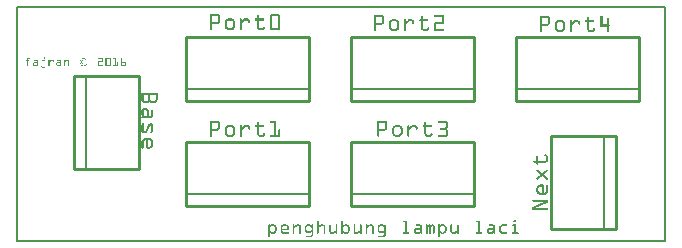
<source format=gto>
G04 MADE WITH FRITZING*
G04 WWW.FRITZING.ORG*
G04 DOUBLE SIDED*
G04 HOLES PLATED*
G04 CONTOUR ON CENTER OF CONTOUR VECTOR*
%ASAXBY*%
%FSLAX23Y23*%
%MOIN*%
%OFA0B0*%
%SFA1.0B1.0*%
%ADD10R,2.165350X0.787402X2.149350X0.771402*%
%ADD11C,0.008000*%
%ADD12C,0.010000*%
%ADD13C,0.005000*%
%ADD14R,0.001000X0.001000*%
%LNSILK1*%
G90*
G70*
G54D11*
X4Y783D02*
X2161Y783D01*
X2161Y4D01*
X4Y4D01*
X4Y783D01*
D02*
G54D12*
X2075Y685D02*
X1665Y685D01*
D02*
X1665Y685D02*
X1665Y469D01*
D02*
X1665Y469D02*
X2075Y469D01*
D02*
X2075Y469D02*
X2075Y685D01*
G54D13*
D02*
X1665Y509D02*
X2075Y509D01*
G54D12*
D02*
X1525Y335D02*
X1115Y335D01*
D02*
X1115Y335D02*
X1115Y119D01*
D02*
X1115Y119D02*
X1525Y119D01*
D02*
X1525Y119D02*
X1525Y335D01*
G54D13*
D02*
X1115Y159D02*
X1525Y159D01*
G54D12*
D02*
X1525Y685D02*
X1115Y685D01*
D02*
X1115Y685D02*
X1115Y469D01*
D02*
X1115Y469D02*
X1525Y469D01*
D02*
X1525Y469D02*
X1525Y685D01*
G54D13*
D02*
X1115Y509D02*
X1525Y509D01*
G54D12*
D02*
X975Y335D02*
X565Y335D01*
D02*
X565Y335D02*
X565Y119D01*
D02*
X565Y119D02*
X975Y119D01*
D02*
X975Y119D02*
X975Y335D01*
G54D13*
D02*
X565Y159D02*
X975Y159D01*
G54D12*
D02*
X975Y685D02*
X565Y685D01*
D02*
X565Y685D02*
X565Y469D01*
D02*
X565Y469D02*
X975Y469D01*
D02*
X975Y469D02*
X975Y685D01*
G54D13*
D02*
X565Y509D02*
X975Y509D01*
G54D12*
D02*
X408Y242D02*
X408Y552D01*
D02*
X408Y552D02*
X192Y552D01*
D02*
X192Y552D02*
X192Y242D01*
D02*
X192Y242D02*
X408Y242D01*
G54D13*
D02*
X232Y552D02*
X232Y242D01*
G54D12*
D02*
X1782Y352D02*
X1782Y42D01*
D02*
X1782Y42D02*
X1998Y42D01*
D02*
X1998Y42D02*
X1998Y352D01*
D02*
X1998Y352D02*
X1782Y352D01*
G54D13*
D02*
X1958Y42D02*
X1958Y352D01*
G54D14*
X646Y760D02*
X671Y760D01*
X851Y760D02*
X875Y760D01*
X646Y759D02*
X674Y759D01*
X849Y759D02*
X877Y759D01*
X646Y758D02*
X675Y758D01*
X848Y758D02*
X878Y758D01*
X646Y757D02*
X676Y757D01*
X805Y757D02*
X807Y757D01*
X848Y757D02*
X879Y757D01*
X1193Y757D02*
X1219Y757D01*
X1395Y757D02*
X1423Y757D01*
X646Y756D02*
X677Y756D01*
X804Y756D02*
X808Y756D01*
X847Y756D02*
X879Y756D01*
X1193Y756D02*
X1221Y756D01*
X1394Y756D02*
X1424Y756D01*
X646Y755D02*
X678Y755D01*
X803Y755D02*
X809Y755D01*
X847Y755D02*
X880Y755D01*
X1193Y755D02*
X1223Y755D01*
X1394Y755D02*
X1425Y755D01*
X646Y754D02*
X678Y754D01*
X803Y754D02*
X809Y754D01*
X846Y754D02*
X880Y754D01*
X1193Y754D02*
X1224Y754D01*
X1352Y754D02*
X1355Y754D01*
X1394Y754D02*
X1426Y754D01*
X1745Y754D02*
X1772Y754D01*
X1949Y754D02*
X1952Y754D01*
X646Y753D02*
X652Y753D01*
X671Y753D02*
X679Y753D01*
X803Y753D02*
X809Y753D01*
X846Y753D02*
X853Y753D01*
X874Y753D02*
X880Y753D01*
X1193Y753D02*
X1224Y753D01*
X1351Y753D02*
X1356Y753D01*
X1394Y753D02*
X1427Y753D01*
X1745Y753D02*
X1774Y753D01*
X1948Y753D02*
X1953Y753D01*
X646Y752D02*
X652Y752D01*
X672Y752D02*
X679Y752D01*
X803Y752D02*
X809Y752D01*
X846Y752D02*
X852Y752D01*
X874Y752D02*
X880Y752D01*
X1193Y752D02*
X1225Y752D01*
X1350Y752D02*
X1356Y752D01*
X1394Y752D02*
X1427Y752D01*
X1745Y752D02*
X1775Y752D01*
X1948Y752D02*
X1954Y752D01*
X646Y751D02*
X652Y751D01*
X673Y751D02*
X679Y751D01*
X803Y751D02*
X809Y751D01*
X846Y751D02*
X852Y751D01*
X874Y751D02*
X880Y751D01*
X1193Y751D02*
X1226Y751D01*
X1350Y751D02*
X1356Y751D01*
X1395Y751D02*
X1427Y751D01*
X1745Y751D02*
X1776Y751D01*
X1904Y751D02*
X1908Y751D01*
X1948Y751D02*
X1954Y751D01*
X646Y750D02*
X652Y750D01*
X673Y750D02*
X679Y750D01*
X803Y750D02*
X809Y750D01*
X846Y750D02*
X852Y750D01*
X874Y750D02*
X880Y750D01*
X1193Y750D02*
X1199Y750D01*
X1218Y750D02*
X1226Y750D01*
X1350Y750D02*
X1356Y750D01*
X1421Y750D02*
X1427Y750D01*
X1745Y750D02*
X1777Y750D01*
X1903Y750D02*
X1908Y750D01*
X1948Y750D02*
X1954Y750D01*
X646Y749D02*
X652Y749D01*
X673Y749D02*
X679Y749D01*
X803Y749D02*
X809Y749D01*
X846Y749D02*
X852Y749D01*
X874Y749D02*
X880Y749D01*
X1193Y749D02*
X1199Y749D01*
X1220Y749D02*
X1226Y749D01*
X1350Y749D02*
X1356Y749D01*
X1421Y749D02*
X1427Y749D01*
X1745Y749D02*
X1778Y749D01*
X1903Y749D02*
X1909Y749D01*
X1948Y749D02*
X1954Y749D01*
X646Y748D02*
X652Y748D01*
X673Y748D02*
X679Y748D01*
X803Y748D02*
X809Y748D01*
X846Y748D02*
X852Y748D01*
X874Y748D02*
X880Y748D01*
X1193Y748D02*
X1199Y748D01*
X1220Y748D02*
X1226Y748D01*
X1350Y748D02*
X1356Y748D01*
X1421Y748D02*
X1427Y748D01*
X1745Y748D02*
X1778Y748D01*
X1903Y748D02*
X1909Y748D01*
X1948Y748D02*
X1954Y748D01*
X1970Y748D02*
X1973Y748D01*
X646Y747D02*
X652Y747D01*
X673Y747D02*
X679Y747D01*
X803Y747D02*
X809Y747D01*
X846Y747D02*
X852Y747D01*
X874Y747D02*
X880Y747D01*
X1193Y747D02*
X1199Y747D01*
X1220Y747D02*
X1226Y747D01*
X1350Y747D02*
X1356Y747D01*
X1421Y747D02*
X1427Y747D01*
X1745Y747D02*
X1751Y747D01*
X1771Y747D02*
X1779Y747D01*
X1903Y747D02*
X1909Y747D01*
X1948Y747D02*
X1954Y747D01*
X1969Y747D02*
X1974Y747D01*
X646Y746D02*
X652Y746D01*
X673Y746D02*
X679Y746D01*
X803Y746D02*
X809Y746D01*
X846Y746D02*
X852Y746D01*
X874Y746D02*
X880Y746D01*
X1193Y746D02*
X1199Y746D01*
X1220Y746D02*
X1226Y746D01*
X1350Y746D02*
X1356Y746D01*
X1421Y746D02*
X1427Y746D01*
X1745Y746D02*
X1751Y746D01*
X1772Y746D02*
X1779Y746D01*
X1903Y746D02*
X1909Y746D01*
X1948Y746D02*
X1954Y746D01*
X1969Y746D02*
X1974Y746D01*
X646Y745D02*
X652Y745D01*
X673Y745D02*
X679Y745D01*
X705Y745D02*
X720Y745D01*
X748Y745D02*
X750Y745D01*
X761Y745D02*
X773Y745D01*
X798Y745D02*
X825Y745D01*
X846Y745D02*
X852Y745D01*
X874Y745D02*
X880Y745D01*
X1193Y745D02*
X1199Y745D01*
X1220Y745D02*
X1226Y745D01*
X1350Y745D02*
X1356Y745D01*
X1421Y745D02*
X1427Y745D01*
X1745Y745D02*
X1751Y745D01*
X1773Y745D02*
X1779Y745D01*
X1903Y745D02*
X1909Y745D01*
X1948Y745D02*
X1954Y745D01*
X1969Y745D02*
X1975Y745D01*
X646Y744D02*
X652Y744D01*
X673Y744D02*
X679Y744D01*
X703Y744D02*
X722Y744D01*
X747Y744D02*
X751Y744D01*
X760Y744D02*
X775Y744D01*
X797Y744D02*
X826Y744D01*
X846Y744D02*
X852Y744D01*
X874Y744D02*
X880Y744D01*
X1193Y744D02*
X1199Y744D01*
X1220Y744D02*
X1226Y744D01*
X1350Y744D02*
X1356Y744D01*
X1421Y744D02*
X1427Y744D01*
X1745Y744D02*
X1751Y744D01*
X1773Y744D02*
X1779Y744D01*
X1903Y744D02*
X1909Y744D01*
X1948Y744D02*
X1954Y744D01*
X1969Y744D02*
X1975Y744D01*
X646Y743D02*
X652Y743D01*
X673Y743D02*
X679Y743D01*
X702Y743D02*
X723Y743D01*
X746Y743D02*
X752Y743D01*
X759Y743D02*
X776Y743D01*
X797Y743D02*
X826Y743D01*
X846Y743D02*
X852Y743D01*
X874Y743D02*
X880Y743D01*
X1193Y743D02*
X1199Y743D01*
X1220Y743D02*
X1226Y743D01*
X1350Y743D02*
X1356Y743D01*
X1421Y743D02*
X1427Y743D01*
X1745Y743D02*
X1751Y743D01*
X1773Y743D02*
X1779Y743D01*
X1903Y743D02*
X1909Y743D01*
X1948Y743D02*
X1954Y743D01*
X1969Y743D02*
X1975Y743D01*
X646Y742D02*
X652Y742D01*
X673Y742D02*
X679Y742D01*
X701Y742D02*
X724Y742D01*
X746Y742D02*
X752Y742D01*
X758Y742D02*
X777Y742D01*
X797Y742D02*
X826Y742D01*
X846Y742D02*
X852Y742D01*
X874Y742D02*
X880Y742D01*
X1193Y742D02*
X1199Y742D01*
X1220Y742D02*
X1226Y742D01*
X1252Y742D02*
X1267Y742D01*
X1294Y742D02*
X1298Y742D01*
X1308Y742D02*
X1320Y742D01*
X1345Y742D02*
X1372Y742D01*
X1421Y742D02*
X1427Y742D01*
X1745Y742D02*
X1751Y742D01*
X1773Y742D02*
X1779Y742D01*
X1903Y742D02*
X1909Y742D01*
X1948Y742D02*
X1954Y742D01*
X1969Y742D02*
X1975Y742D01*
X646Y741D02*
X652Y741D01*
X673Y741D02*
X679Y741D01*
X700Y741D02*
X726Y741D01*
X746Y741D02*
X752Y741D01*
X757Y741D02*
X778Y741D01*
X797Y741D02*
X826Y741D01*
X846Y741D02*
X852Y741D01*
X874Y741D02*
X880Y741D01*
X1193Y741D02*
X1199Y741D01*
X1220Y741D02*
X1226Y741D01*
X1250Y741D02*
X1269Y741D01*
X1294Y741D02*
X1299Y741D01*
X1307Y741D02*
X1322Y741D01*
X1344Y741D02*
X1373Y741D01*
X1421Y741D02*
X1427Y741D01*
X1745Y741D02*
X1751Y741D01*
X1773Y741D02*
X1779Y741D01*
X1903Y741D02*
X1909Y741D01*
X1948Y741D02*
X1954Y741D01*
X1969Y741D02*
X1975Y741D01*
X646Y740D02*
X652Y740D01*
X673Y740D02*
X679Y740D01*
X699Y740D02*
X727Y740D01*
X746Y740D02*
X752Y740D01*
X755Y740D02*
X778Y740D01*
X797Y740D02*
X826Y740D01*
X846Y740D02*
X852Y740D01*
X874Y740D02*
X880Y740D01*
X1193Y740D02*
X1199Y740D01*
X1220Y740D02*
X1226Y740D01*
X1249Y740D02*
X1271Y740D01*
X1293Y740D02*
X1299Y740D01*
X1306Y740D02*
X1323Y740D01*
X1344Y740D02*
X1373Y740D01*
X1421Y740D02*
X1427Y740D01*
X1745Y740D02*
X1751Y740D01*
X1773Y740D02*
X1779Y740D01*
X1808Y740D02*
X1817Y740D01*
X1863Y740D02*
X1869Y740D01*
X1900Y740D02*
X1923Y740D01*
X1948Y740D02*
X1954Y740D01*
X1969Y740D02*
X1975Y740D01*
X646Y739D02*
X652Y739D01*
X673Y739D02*
X679Y739D01*
X698Y739D02*
X727Y739D01*
X746Y739D02*
X752Y739D01*
X754Y739D02*
X779Y739D01*
X798Y739D02*
X824Y739D01*
X846Y739D02*
X852Y739D01*
X874Y739D02*
X880Y739D01*
X1193Y739D02*
X1199Y739D01*
X1220Y739D02*
X1226Y739D01*
X1248Y739D02*
X1272Y739D01*
X1293Y739D02*
X1299Y739D01*
X1305Y739D02*
X1324Y739D01*
X1344Y739D02*
X1373Y739D01*
X1421Y739D02*
X1427Y739D01*
X1745Y739D02*
X1751Y739D01*
X1773Y739D02*
X1779Y739D01*
X1804Y739D02*
X1821Y739D01*
X1847Y739D02*
X1851Y739D01*
X1861Y739D02*
X1873Y739D01*
X1897Y739D02*
X1925Y739D01*
X1948Y739D02*
X1954Y739D01*
X1969Y739D02*
X1975Y739D01*
X646Y738D02*
X652Y738D01*
X673Y738D02*
X679Y738D01*
X697Y738D02*
X706Y738D01*
X719Y738D02*
X728Y738D01*
X746Y738D02*
X763Y738D01*
X772Y738D02*
X779Y738D01*
X803Y738D02*
X809Y738D01*
X846Y738D02*
X852Y738D01*
X874Y738D02*
X880Y738D01*
X1193Y738D02*
X1199Y738D01*
X1220Y738D02*
X1226Y738D01*
X1246Y738D02*
X1273Y738D01*
X1293Y738D02*
X1299Y738D01*
X1303Y738D02*
X1325Y738D01*
X1344Y738D02*
X1373Y738D01*
X1421Y738D02*
X1427Y738D01*
X1745Y738D02*
X1751Y738D01*
X1773Y738D02*
X1779Y738D01*
X1802Y738D02*
X1822Y738D01*
X1846Y738D02*
X1851Y738D01*
X1859Y738D02*
X1875Y738D01*
X1897Y738D02*
X1926Y738D01*
X1948Y738D02*
X1954Y738D01*
X1969Y738D02*
X1975Y738D01*
X646Y737D02*
X652Y737D01*
X673Y737D02*
X679Y737D01*
X697Y737D02*
X705Y737D01*
X721Y737D02*
X729Y737D01*
X746Y737D02*
X762Y737D01*
X773Y737D02*
X779Y737D01*
X803Y737D02*
X809Y737D01*
X846Y737D02*
X852Y737D01*
X874Y737D02*
X880Y737D01*
X1193Y737D02*
X1199Y737D01*
X1220Y737D02*
X1226Y737D01*
X1245Y737D02*
X1274Y737D01*
X1293Y737D02*
X1299Y737D01*
X1302Y737D02*
X1326Y737D01*
X1344Y737D02*
X1372Y737D01*
X1421Y737D02*
X1427Y737D01*
X1745Y737D02*
X1751Y737D01*
X1773Y737D02*
X1779Y737D01*
X1801Y737D02*
X1824Y737D01*
X1846Y737D02*
X1852Y737D01*
X1858Y737D02*
X1876Y737D01*
X1897Y737D02*
X1926Y737D01*
X1948Y737D02*
X1954Y737D01*
X1969Y737D02*
X1975Y737D01*
X646Y736D02*
X652Y736D01*
X673Y736D02*
X679Y736D01*
X696Y736D02*
X703Y736D01*
X722Y736D02*
X729Y736D01*
X746Y736D02*
X761Y736D01*
X773Y736D02*
X780Y736D01*
X803Y736D02*
X809Y736D01*
X846Y736D02*
X852Y736D01*
X874Y736D02*
X880Y736D01*
X1193Y736D02*
X1199Y736D01*
X1220Y736D02*
X1226Y736D01*
X1245Y736D02*
X1275Y736D01*
X1293Y736D02*
X1299Y736D01*
X1301Y736D02*
X1326Y736D01*
X1346Y736D02*
X1371Y736D01*
X1421Y736D02*
X1427Y736D01*
X1745Y736D02*
X1751Y736D01*
X1773Y736D02*
X1779Y736D01*
X1800Y736D02*
X1825Y736D01*
X1846Y736D02*
X1852Y736D01*
X1857Y736D02*
X1877Y736D01*
X1897Y736D02*
X1926Y736D01*
X1948Y736D02*
X1954Y736D01*
X1969Y736D02*
X1975Y736D01*
X646Y735D02*
X652Y735D01*
X672Y735D02*
X679Y735D01*
X696Y735D02*
X703Y735D01*
X723Y735D02*
X729Y735D01*
X746Y735D02*
X759Y735D01*
X774Y735D02*
X780Y735D01*
X803Y735D02*
X809Y735D01*
X846Y735D02*
X852Y735D01*
X874Y735D02*
X880Y735D01*
X1193Y735D02*
X1199Y735D01*
X1220Y735D02*
X1226Y735D01*
X1244Y735D02*
X1253Y735D01*
X1267Y735D02*
X1275Y735D01*
X1293Y735D02*
X1310Y735D01*
X1319Y735D02*
X1326Y735D01*
X1350Y735D02*
X1356Y735D01*
X1421Y735D02*
X1427Y735D01*
X1745Y735D02*
X1751Y735D01*
X1773Y735D02*
X1779Y735D01*
X1799Y735D02*
X1826Y735D01*
X1846Y735D02*
X1852Y735D01*
X1856Y735D02*
X1878Y735D01*
X1897Y735D02*
X1926Y735D01*
X1948Y735D02*
X1954Y735D01*
X1969Y735D02*
X1975Y735D01*
X646Y734D02*
X652Y734D01*
X671Y734D02*
X679Y734D01*
X696Y734D02*
X702Y734D01*
X723Y734D02*
X729Y734D01*
X746Y734D02*
X758Y734D01*
X774Y734D02*
X780Y734D01*
X803Y734D02*
X809Y734D01*
X846Y734D02*
X852Y734D01*
X874Y734D02*
X880Y734D01*
X1193Y734D02*
X1199Y734D01*
X1220Y734D02*
X1226Y734D01*
X1244Y734D02*
X1251Y734D01*
X1268Y734D02*
X1276Y734D01*
X1293Y734D02*
X1309Y734D01*
X1320Y734D02*
X1327Y734D01*
X1350Y734D02*
X1356Y734D01*
X1421Y734D02*
X1427Y734D01*
X1745Y734D02*
X1751Y734D01*
X1773Y734D02*
X1779Y734D01*
X1798Y734D02*
X1827Y734D01*
X1846Y734D02*
X1852Y734D01*
X1855Y734D02*
X1878Y734D01*
X1897Y734D02*
X1925Y734D01*
X1948Y734D02*
X1954Y734D01*
X1969Y734D02*
X1975Y734D01*
X646Y733D02*
X678Y733D01*
X696Y733D02*
X702Y733D01*
X723Y733D02*
X729Y733D01*
X746Y733D02*
X757Y733D01*
X774Y733D02*
X780Y733D01*
X803Y733D02*
X809Y733D01*
X846Y733D02*
X852Y733D01*
X874Y733D02*
X880Y733D01*
X1193Y733D02*
X1199Y733D01*
X1220Y733D02*
X1226Y733D01*
X1243Y733D02*
X1250Y733D01*
X1269Y733D02*
X1276Y733D01*
X1293Y733D02*
X1307Y733D01*
X1321Y733D02*
X1327Y733D01*
X1350Y733D02*
X1356Y733D01*
X1397Y733D02*
X1427Y733D01*
X1745Y733D02*
X1751Y733D01*
X1773Y733D02*
X1779Y733D01*
X1797Y733D02*
X1828Y733D01*
X1846Y733D02*
X1852Y733D01*
X1854Y733D02*
X1879Y733D01*
X1900Y733D02*
X1922Y733D01*
X1948Y733D02*
X1954Y733D01*
X1969Y733D02*
X1975Y733D01*
X646Y732D02*
X678Y732D01*
X696Y732D02*
X702Y732D01*
X723Y732D02*
X729Y732D01*
X746Y732D02*
X756Y732D01*
X774Y732D02*
X779Y732D01*
X803Y732D02*
X809Y732D01*
X846Y732D02*
X852Y732D01*
X874Y732D02*
X880Y732D01*
X1193Y732D02*
X1199Y732D01*
X1219Y732D02*
X1226Y732D01*
X1243Y732D02*
X1250Y732D01*
X1270Y732D02*
X1276Y732D01*
X1293Y732D02*
X1306Y732D01*
X1321Y732D02*
X1327Y732D01*
X1350Y732D02*
X1356Y732D01*
X1396Y732D02*
X1427Y732D01*
X1745Y732D02*
X1751Y732D01*
X1773Y732D02*
X1779Y732D01*
X1797Y732D02*
X1805Y732D01*
X1820Y732D02*
X1828Y732D01*
X1846Y732D02*
X1862Y732D01*
X1872Y732D02*
X1879Y732D01*
X1903Y732D02*
X1909Y732D01*
X1948Y732D02*
X1954Y732D01*
X1969Y732D02*
X1975Y732D01*
X646Y731D02*
X677Y731D01*
X696Y731D02*
X702Y731D01*
X723Y731D02*
X729Y731D01*
X746Y731D02*
X755Y731D01*
X774Y731D02*
X779Y731D01*
X803Y731D02*
X809Y731D01*
X846Y731D02*
X852Y731D01*
X874Y731D02*
X880Y731D01*
X1193Y731D02*
X1226Y731D01*
X1243Y731D02*
X1249Y731D01*
X1270Y731D02*
X1276Y731D01*
X1293Y731D02*
X1305Y731D01*
X1321Y731D02*
X1327Y731D01*
X1350Y731D02*
X1356Y731D01*
X1395Y731D02*
X1426Y731D01*
X1745Y731D02*
X1751Y731D01*
X1773Y731D02*
X1779Y731D01*
X1796Y731D02*
X1804Y731D01*
X1821Y731D02*
X1829Y731D01*
X1846Y731D02*
X1861Y731D01*
X1873Y731D02*
X1879Y731D01*
X1903Y731D02*
X1909Y731D01*
X1948Y731D02*
X1954Y731D01*
X1969Y731D02*
X1975Y731D01*
X646Y730D02*
X676Y730D01*
X696Y730D02*
X702Y730D01*
X723Y730D02*
X729Y730D01*
X746Y730D02*
X754Y730D01*
X776Y730D02*
X777Y730D01*
X803Y730D02*
X809Y730D01*
X846Y730D02*
X852Y730D01*
X874Y730D02*
X880Y730D01*
X1193Y730D02*
X1225Y730D01*
X1243Y730D02*
X1249Y730D01*
X1271Y730D02*
X1277Y730D01*
X1293Y730D02*
X1304Y730D01*
X1321Y730D02*
X1327Y730D01*
X1350Y730D02*
X1356Y730D01*
X1394Y730D02*
X1426Y730D01*
X1745Y730D02*
X1751Y730D01*
X1772Y730D02*
X1779Y730D01*
X1796Y730D02*
X1803Y730D01*
X1822Y730D02*
X1829Y730D01*
X1846Y730D02*
X1860Y730D01*
X1873Y730D02*
X1879Y730D01*
X1903Y730D02*
X1909Y730D01*
X1948Y730D02*
X1954Y730D01*
X1969Y730D02*
X1975Y730D01*
X646Y729D02*
X675Y729D01*
X696Y729D02*
X702Y729D01*
X723Y729D02*
X729Y729D01*
X746Y729D02*
X752Y729D01*
X803Y729D02*
X809Y729D01*
X846Y729D02*
X852Y729D01*
X874Y729D02*
X880Y729D01*
X1193Y729D02*
X1225Y729D01*
X1243Y729D02*
X1249Y729D01*
X1271Y729D02*
X1277Y729D01*
X1293Y729D02*
X1303Y729D01*
X1321Y729D02*
X1326Y729D01*
X1350Y729D02*
X1356Y729D01*
X1394Y729D02*
X1425Y729D01*
X1745Y729D02*
X1751Y729D01*
X1772Y729D02*
X1779Y729D01*
X1796Y729D02*
X1802Y729D01*
X1823Y729D02*
X1829Y729D01*
X1846Y729D02*
X1859Y729D01*
X1873Y729D02*
X1879Y729D01*
X1903Y729D02*
X1909Y729D01*
X1948Y729D02*
X1954Y729D01*
X1969Y729D02*
X1975Y729D01*
X646Y728D02*
X673Y728D01*
X696Y728D02*
X702Y728D01*
X723Y728D02*
X729Y728D01*
X746Y728D02*
X752Y728D01*
X803Y728D02*
X809Y728D01*
X846Y728D02*
X852Y728D01*
X874Y728D02*
X880Y728D01*
X1193Y728D02*
X1224Y728D01*
X1243Y728D02*
X1249Y728D01*
X1271Y728D02*
X1277Y728D01*
X1293Y728D02*
X1302Y728D01*
X1322Y728D02*
X1326Y728D01*
X1350Y728D02*
X1356Y728D01*
X1394Y728D02*
X1424Y728D01*
X1745Y728D02*
X1778Y728D01*
X1796Y728D02*
X1802Y728D01*
X1823Y728D02*
X1829Y728D01*
X1846Y728D02*
X1858Y728D01*
X1873Y728D02*
X1879Y728D01*
X1903Y728D02*
X1909Y728D01*
X1948Y728D02*
X1954Y728D01*
X1969Y728D02*
X1975Y728D01*
X646Y727D02*
X671Y727D01*
X696Y727D02*
X702Y727D01*
X723Y727D02*
X729Y727D01*
X746Y727D02*
X752Y727D01*
X803Y727D02*
X809Y727D01*
X846Y727D02*
X852Y727D01*
X874Y727D02*
X880Y727D01*
X1193Y727D02*
X1223Y727D01*
X1243Y727D02*
X1249Y727D01*
X1271Y727D02*
X1277Y727D01*
X1293Y727D02*
X1300Y727D01*
X1350Y727D02*
X1356Y727D01*
X1394Y727D02*
X1420Y727D01*
X1745Y727D02*
X1778Y727D01*
X1796Y727D02*
X1802Y727D01*
X1823Y727D02*
X1829Y727D01*
X1846Y727D02*
X1856Y727D01*
X1874Y727D02*
X1879Y727D01*
X1903Y727D02*
X1909Y727D01*
X1948Y727D02*
X1954Y727D01*
X1969Y727D02*
X1975Y727D01*
X646Y726D02*
X652Y726D01*
X696Y726D02*
X702Y726D01*
X723Y726D02*
X729Y726D01*
X746Y726D02*
X752Y726D01*
X803Y726D02*
X809Y726D01*
X846Y726D02*
X852Y726D01*
X874Y726D02*
X880Y726D01*
X1193Y726D02*
X1222Y726D01*
X1243Y726D02*
X1249Y726D01*
X1271Y726D02*
X1277Y726D01*
X1293Y726D02*
X1299Y726D01*
X1350Y726D02*
X1356Y726D01*
X1394Y726D02*
X1400Y726D01*
X1745Y726D02*
X1777Y726D01*
X1796Y726D02*
X1802Y726D01*
X1823Y726D02*
X1829Y726D01*
X1846Y726D02*
X1855Y726D01*
X1874Y726D02*
X1879Y726D01*
X1903Y726D02*
X1909Y726D01*
X1948Y726D02*
X1954Y726D01*
X1969Y726D02*
X1975Y726D01*
X646Y725D02*
X652Y725D01*
X696Y725D02*
X702Y725D01*
X723Y725D02*
X729Y725D01*
X746Y725D02*
X752Y725D01*
X803Y725D02*
X809Y725D01*
X846Y725D02*
X852Y725D01*
X874Y725D02*
X880Y725D01*
X1193Y725D02*
X1220Y725D01*
X1243Y725D02*
X1249Y725D01*
X1271Y725D02*
X1277Y725D01*
X1293Y725D02*
X1299Y725D01*
X1350Y725D02*
X1356Y725D01*
X1394Y725D02*
X1400Y725D01*
X1745Y725D02*
X1776Y725D01*
X1796Y725D02*
X1802Y725D01*
X1823Y725D02*
X1829Y725D01*
X1846Y725D02*
X1854Y725D01*
X1875Y725D02*
X1878Y725D01*
X1903Y725D02*
X1909Y725D01*
X1948Y725D02*
X1976Y725D01*
X646Y724D02*
X652Y724D01*
X696Y724D02*
X702Y724D01*
X723Y724D02*
X729Y724D01*
X746Y724D02*
X752Y724D01*
X803Y724D02*
X809Y724D01*
X846Y724D02*
X852Y724D01*
X874Y724D02*
X880Y724D01*
X1193Y724D02*
X1216Y724D01*
X1243Y724D02*
X1249Y724D01*
X1271Y724D02*
X1277Y724D01*
X1293Y724D02*
X1299Y724D01*
X1350Y724D02*
X1356Y724D01*
X1394Y724D02*
X1400Y724D01*
X1745Y724D02*
X1776Y724D01*
X1796Y724D02*
X1802Y724D01*
X1823Y724D02*
X1829Y724D01*
X1846Y724D02*
X1853Y724D01*
X1903Y724D02*
X1909Y724D01*
X1948Y724D02*
X1977Y724D01*
X646Y723D02*
X652Y723D01*
X696Y723D02*
X702Y723D01*
X723Y723D02*
X729Y723D01*
X746Y723D02*
X752Y723D01*
X803Y723D02*
X809Y723D01*
X846Y723D02*
X852Y723D01*
X874Y723D02*
X880Y723D01*
X1193Y723D02*
X1199Y723D01*
X1243Y723D02*
X1249Y723D01*
X1271Y723D02*
X1277Y723D01*
X1293Y723D02*
X1299Y723D01*
X1350Y723D02*
X1356Y723D01*
X1394Y723D02*
X1400Y723D01*
X1745Y723D02*
X1774Y723D01*
X1796Y723D02*
X1802Y723D01*
X1823Y723D02*
X1829Y723D01*
X1846Y723D02*
X1852Y723D01*
X1903Y723D02*
X1909Y723D01*
X1948Y723D02*
X1978Y723D01*
X646Y722D02*
X652Y722D01*
X696Y722D02*
X702Y722D01*
X723Y722D02*
X729Y722D01*
X746Y722D02*
X752Y722D01*
X803Y722D02*
X809Y722D01*
X846Y722D02*
X852Y722D01*
X874Y722D02*
X880Y722D01*
X1193Y722D02*
X1199Y722D01*
X1243Y722D02*
X1249Y722D01*
X1271Y722D02*
X1277Y722D01*
X1293Y722D02*
X1299Y722D01*
X1350Y722D02*
X1356Y722D01*
X1394Y722D02*
X1400Y722D01*
X1745Y722D02*
X1772Y722D01*
X1796Y722D02*
X1802Y722D01*
X1823Y722D02*
X1829Y722D01*
X1846Y722D02*
X1852Y722D01*
X1903Y722D02*
X1909Y722D01*
X1948Y722D02*
X1978Y722D01*
X646Y721D02*
X652Y721D01*
X696Y721D02*
X702Y721D01*
X723Y721D02*
X729Y721D01*
X746Y721D02*
X752Y721D01*
X803Y721D02*
X809Y721D01*
X846Y721D02*
X852Y721D01*
X874Y721D02*
X880Y721D01*
X1193Y721D02*
X1199Y721D01*
X1243Y721D02*
X1249Y721D01*
X1271Y721D02*
X1277Y721D01*
X1293Y721D02*
X1299Y721D01*
X1350Y721D02*
X1356Y721D01*
X1394Y721D02*
X1400Y721D01*
X1745Y721D02*
X1752Y721D01*
X1796Y721D02*
X1802Y721D01*
X1823Y721D02*
X1829Y721D01*
X1846Y721D02*
X1852Y721D01*
X1903Y721D02*
X1909Y721D01*
X1948Y721D02*
X1978Y721D01*
X646Y720D02*
X652Y720D01*
X696Y720D02*
X702Y720D01*
X723Y720D02*
X729Y720D01*
X746Y720D02*
X752Y720D01*
X803Y720D02*
X809Y720D01*
X846Y720D02*
X852Y720D01*
X874Y720D02*
X880Y720D01*
X1193Y720D02*
X1199Y720D01*
X1243Y720D02*
X1249Y720D01*
X1271Y720D02*
X1277Y720D01*
X1293Y720D02*
X1299Y720D01*
X1350Y720D02*
X1356Y720D01*
X1394Y720D02*
X1400Y720D01*
X1745Y720D02*
X1751Y720D01*
X1796Y720D02*
X1802Y720D01*
X1823Y720D02*
X1829Y720D01*
X1846Y720D02*
X1852Y720D01*
X1903Y720D02*
X1909Y720D01*
X1948Y720D02*
X1978Y720D01*
X646Y719D02*
X652Y719D01*
X696Y719D02*
X702Y719D01*
X723Y719D02*
X729Y719D01*
X746Y719D02*
X752Y719D01*
X803Y719D02*
X809Y719D01*
X827Y719D02*
X827Y719D01*
X846Y719D02*
X852Y719D01*
X874Y719D02*
X880Y719D01*
X1193Y719D02*
X1199Y719D01*
X1243Y719D02*
X1249Y719D01*
X1271Y719D02*
X1277Y719D01*
X1293Y719D02*
X1299Y719D01*
X1350Y719D02*
X1356Y719D01*
X1394Y719D02*
X1400Y719D01*
X1745Y719D02*
X1751Y719D01*
X1796Y719D02*
X1802Y719D01*
X1823Y719D02*
X1829Y719D01*
X1846Y719D02*
X1852Y719D01*
X1903Y719D02*
X1909Y719D01*
X1948Y719D02*
X1977Y719D01*
X646Y718D02*
X652Y718D01*
X696Y718D02*
X702Y718D01*
X723Y718D02*
X729Y718D01*
X746Y718D02*
X752Y718D01*
X803Y718D02*
X809Y718D01*
X825Y718D02*
X829Y718D01*
X846Y718D02*
X852Y718D01*
X874Y718D02*
X880Y718D01*
X1193Y718D02*
X1199Y718D01*
X1243Y718D02*
X1249Y718D01*
X1271Y718D02*
X1277Y718D01*
X1293Y718D02*
X1299Y718D01*
X1350Y718D02*
X1356Y718D01*
X1394Y718D02*
X1400Y718D01*
X1745Y718D02*
X1751Y718D01*
X1796Y718D02*
X1802Y718D01*
X1823Y718D02*
X1829Y718D01*
X1846Y718D02*
X1852Y718D01*
X1903Y718D02*
X1909Y718D01*
X1968Y718D02*
X1975Y718D01*
X646Y717D02*
X652Y717D01*
X696Y717D02*
X702Y717D01*
X723Y717D02*
X729Y717D01*
X746Y717D02*
X752Y717D01*
X803Y717D02*
X809Y717D01*
X824Y717D02*
X829Y717D01*
X846Y717D02*
X852Y717D01*
X874Y717D02*
X880Y717D01*
X1193Y717D02*
X1199Y717D01*
X1243Y717D02*
X1249Y717D01*
X1271Y717D02*
X1277Y717D01*
X1293Y717D02*
X1299Y717D01*
X1350Y717D02*
X1356Y717D01*
X1394Y717D02*
X1400Y717D01*
X1745Y717D02*
X1751Y717D01*
X1796Y717D02*
X1802Y717D01*
X1823Y717D02*
X1829Y717D01*
X1846Y717D02*
X1852Y717D01*
X1903Y717D02*
X1909Y717D01*
X1969Y717D02*
X1975Y717D01*
X646Y716D02*
X652Y716D01*
X696Y716D02*
X703Y716D01*
X722Y716D02*
X729Y716D01*
X746Y716D02*
X752Y716D01*
X803Y716D02*
X809Y716D01*
X824Y716D02*
X830Y716D01*
X846Y716D02*
X852Y716D01*
X874Y716D02*
X880Y716D01*
X1193Y716D02*
X1199Y716D01*
X1243Y716D02*
X1249Y716D01*
X1270Y716D02*
X1277Y716D01*
X1293Y716D02*
X1299Y716D01*
X1350Y716D02*
X1356Y716D01*
X1373Y716D02*
X1375Y716D01*
X1394Y716D02*
X1400Y716D01*
X1745Y716D02*
X1751Y716D01*
X1796Y716D02*
X1802Y716D01*
X1823Y716D02*
X1829Y716D01*
X1846Y716D02*
X1852Y716D01*
X1903Y716D02*
X1909Y716D01*
X1969Y716D02*
X1975Y716D01*
X646Y715D02*
X652Y715D01*
X696Y715D02*
X704Y715D01*
X721Y715D02*
X729Y715D01*
X746Y715D02*
X752Y715D01*
X803Y715D02*
X810Y715D01*
X823Y715D02*
X830Y715D01*
X846Y715D02*
X852Y715D01*
X874Y715D02*
X880Y715D01*
X1193Y715D02*
X1199Y715D01*
X1243Y715D02*
X1249Y715D01*
X1270Y715D02*
X1276Y715D01*
X1293Y715D02*
X1299Y715D01*
X1350Y715D02*
X1356Y715D01*
X1372Y715D02*
X1376Y715D01*
X1394Y715D02*
X1400Y715D01*
X1745Y715D02*
X1751Y715D01*
X1796Y715D02*
X1802Y715D01*
X1823Y715D02*
X1829Y715D01*
X1846Y715D02*
X1852Y715D01*
X1903Y715D02*
X1909Y715D01*
X1969Y715D02*
X1975Y715D01*
X646Y714D02*
X652Y714D01*
X697Y714D02*
X706Y714D01*
X720Y714D02*
X728Y714D01*
X746Y714D02*
X752Y714D01*
X803Y714D02*
X810Y714D01*
X822Y714D02*
X830Y714D01*
X846Y714D02*
X852Y714D01*
X874Y714D02*
X880Y714D01*
X1193Y714D02*
X1199Y714D01*
X1243Y714D02*
X1250Y714D01*
X1270Y714D02*
X1276Y714D01*
X1293Y714D02*
X1299Y714D01*
X1350Y714D02*
X1356Y714D01*
X1371Y714D02*
X1377Y714D01*
X1394Y714D02*
X1400Y714D01*
X1745Y714D02*
X1751Y714D01*
X1796Y714D02*
X1802Y714D01*
X1823Y714D02*
X1829Y714D01*
X1846Y714D02*
X1852Y714D01*
X1903Y714D02*
X1909Y714D01*
X1969Y714D02*
X1975Y714D01*
X646Y713D02*
X652Y713D01*
X698Y713D02*
X728Y713D01*
X746Y713D02*
X752Y713D01*
X804Y713D02*
X829Y713D01*
X846Y713D02*
X880Y713D01*
X1193Y713D02*
X1199Y713D01*
X1243Y713D02*
X1250Y713D01*
X1269Y713D02*
X1276Y713D01*
X1293Y713D02*
X1299Y713D01*
X1350Y713D02*
X1356Y713D01*
X1371Y713D02*
X1377Y713D01*
X1394Y713D02*
X1400Y713D01*
X1745Y713D02*
X1751Y713D01*
X1796Y713D02*
X1802Y713D01*
X1823Y713D02*
X1829Y713D01*
X1846Y713D02*
X1852Y713D01*
X1903Y713D02*
X1909Y713D01*
X1925Y713D02*
X1928Y713D01*
X1969Y713D02*
X1975Y713D01*
X646Y712D02*
X652Y712D01*
X698Y712D02*
X727Y712D01*
X746Y712D02*
X752Y712D01*
X804Y712D02*
X829Y712D01*
X847Y712D02*
X880Y712D01*
X1193Y712D02*
X1199Y712D01*
X1244Y712D02*
X1252Y712D01*
X1268Y712D02*
X1276Y712D01*
X1293Y712D02*
X1299Y712D01*
X1350Y712D02*
X1357Y712D01*
X1370Y712D02*
X1377Y712D01*
X1394Y712D02*
X1400Y712D01*
X1745Y712D02*
X1751Y712D01*
X1796Y712D02*
X1802Y712D01*
X1823Y712D02*
X1829Y712D01*
X1846Y712D02*
X1852Y712D01*
X1903Y712D02*
X1909Y712D01*
X1924Y712D02*
X1929Y712D01*
X1969Y712D02*
X1975Y712D01*
X646Y711D02*
X652Y711D01*
X699Y711D02*
X726Y711D01*
X746Y711D02*
X752Y711D01*
X805Y711D02*
X828Y711D01*
X847Y711D02*
X880Y711D01*
X1193Y711D02*
X1199Y711D01*
X1244Y711D02*
X1253Y711D01*
X1266Y711D02*
X1275Y711D01*
X1293Y711D02*
X1299Y711D01*
X1351Y711D02*
X1358Y711D01*
X1369Y711D02*
X1377Y711D01*
X1394Y711D02*
X1400Y711D01*
X1745Y711D02*
X1751Y711D01*
X1796Y711D02*
X1802Y711D01*
X1822Y711D02*
X1829Y711D01*
X1846Y711D02*
X1852Y711D01*
X1903Y711D02*
X1909Y711D01*
X1924Y711D02*
X1929Y711D01*
X1969Y711D02*
X1975Y711D01*
X646Y710D02*
X652Y710D01*
X700Y710D02*
X725Y710D01*
X746Y710D02*
X752Y710D01*
X806Y710D02*
X827Y710D01*
X847Y710D02*
X879Y710D01*
X1193Y710D02*
X1199Y710D01*
X1245Y710D02*
X1275Y710D01*
X1293Y710D02*
X1299Y710D01*
X1351Y710D02*
X1376Y710D01*
X1394Y710D02*
X1425Y710D01*
X1745Y710D02*
X1751Y710D01*
X1796Y710D02*
X1803Y710D01*
X1821Y710D02*
X1829Y710D01*
X1846Y710D02*
X1852Y710D01*
X1903Y710D02*
X1909Y710D01*
X1923Y710D02*
X1930Y710D01*
X1969Y710D02*
X1975Y710D01*
X646Y709D02*
X652Y709D01*
X702Y709D02*
X724Y709D01*
X746Y709D02*
X752Y709D01*
X806Y709D02*
X826Y709D01*
X848Y709D02*
X879Y709D01*
X1193Y709D02*
X1199Y709D01*
X1246Y709D02*
X1274Y709D01*
X1293Y709D02*
X1299Y709D01*
X1351Y709D02*
X1376Y709D01*
X1394Y709D02*
X1426Y709D01*
X1745Y709D02*
X1751Y709D01*
X1796Y709D02*
X1805Y709D01*
X1820Y709D02*
X1828Y709D01*
X1846Y709D02*
X1852Y709D01*
X1903Y709D02*
X1910Y709D01*
X1923Y709D02*
X1930Y709D01*
X1969Y709D02*
X1975Y709D01*
X646Y708D02*
X651Y708D01*
X703Y708D02*
X722Y708D01*
X747Y708D02*
X752Y708D01*
X808Y708D02*
X825Y708D01*
X849Y708D02*
X878Y708D01*
X1193Y708D02*
X1199Y708D01*
X1247Y708D02*
X1273Y708D01*
X1293Y708D02*
X1299Y708D01*
X1352Y708D02*
X1375Y708D01*
X1394Y708D02*
X1427Y708D01*
X1745Y708D02*
X1751Y708D01*
X1797Y708D02*
X1806Y708D01*
X1819Y708D02*
X1828Y708D01*
X1846Y708D02*
X1852Y708D01*
X1903Y708D02*
X1911Y708D01*
X1922Y708D02*
X1929Y708D01*
X1969Y708D02*
X1975Y708D01*
X647Y707D02*
X650Y707D01*
X705Y707D02*
X720Y707D01*
X747Y707D02*
X751Y707D01*
X809Y707D02*
X823Y707D01*
X850Y707D02*
X876Y707D01*
X1193Y707D02*
X1199Y707D01*
X1248Y707D02*
X1272Y707D01*
X1293Y707D02*
X1299Y707D01*
X1353Y707D02*
X1374Y707D01*
X1394Y707D02*
X1427Y707D01*
X1745Y707D02*
X1751Y707D01*
X1798Y707D02*
X1827Y707D01*
X1846Y707D02*
X1852Y707D01*
X1904Y707D02*
X1929Y707D01*
X1969Y707D02*
X1975Y707D01*
X1193Y706D02*
X1199Y706D01*
X1249Y706D02*
X1270Y706D01*
X1293Y706D02*
X1299Y706D01*
X1354Y706D02*
X1373Y706D01*
X1394Y706D02*
X1427Y706D01*
X1745Y706D02*
X1751Y706D01*
X1799Y706D02*
X1826Y706D01*
X1846Y706D02*
X1852Y706D01*
X1904Y706D02*
X1928Y706D01*
X1969Y706D02*
X1975Y706D01*
X1193Y705D02*
X1198Y705D01*
X1250Y705D02*
X1269Y705D01*
X1294Y705D02*
X1299Y705D01*
X1355Y705D02*
X1372Y705D01*
X1394Y705D02*
X1426Y705D01*
X1745Y705D02*
X1751Y705D01*
X1800Y705D02*
X1825Y705D01*
X1846Y705D02*
X1852Y705D01*
X1905Y705D02*
X1928Y705D01*
X1969Y705D02*
X1975Y705D01*
X1194Y704D02*
X1197Y704D01*
X1252Y704D02*
X1267Y704D01*
X1295Y704D02*
X1298Y704D01*
X1357Y704D02*
X1370Y704D01*
X1394Y704D02*
X1425Y704D01*
X1745Y704D02*
X1751Y704D01*
X1801Y704D02*
X1824Y704D01*
X1846Y704D02*
X1852Y704D01*
X1906Y704D02*
X1927Y704D01*
X1969Y704D02*
X1975Y704D01*
X1746Y703D02*
X1751Y703D01*
X1802Y703D02*
X1823Y703D01*
X1846Y703D02*
X1852Y703D01*
X1907Y703D02*
X1926Y703D01*
X1969Y703D02*
X1974Y703D01*
X1746Y702D02*
X1751Y702D01*
X1803Y702D02*
X1821Y702D01*
X1847Y702D02*
X1851Y702D01*
X1908Y702D02*
X1924Y702D01*
X1969Y702D02*
X1974Y702D01*
X1747Y701D02*
X1749Y701D01*
X1806Y701D02*
X1819Y701D01*
X1848Y701D02*
X1850Y701D01*
X1911Y701D02*
X1922Y701D01*
X1971Y701D02*
X1973Y701D01*
X94Y616D02*
X96Y616D01*
X93Y615D02*
X97Y615D01*
X39Y614D02*
X46Y614D01*
X93Y614D02*
X97Y614D01*
X273Y614D02*
X287Y614D01*
X299Y614D02*
X313Y614D01*
X324Y614D02*
X333Y614D01*
X350Y614D02*
X353Y614D01*
X37Y613D02*
X47Y613D01*
X93Y613D02*
X97Y613D01*
X272Y613D02*
X288Y613D01*
X299Y613D02*
X314Y613D01*
X324Y613D02*
X333Y613D01*
X349Y613D02*
X354Y613D01*
X36Y612D02*
X46Y612D01*
X93Y612D02*
X97Y612D01*
X220Y612D02*
X228Y612D01*
X273Y612D02*
X289Y612D01*
X298Y612D02*
X315Y612D01*
X324Y612D02*
X333Y612D01*
X349Y612D02*
X353Y612D01*
X36Y611D02*
X40Y611D01*
X218Y611D02*
X223Y611D01*
X225Y611D02*
X230Y611D01*
X286Y611D02*
X289Y611D01*
X298Y611D02*
X301Y611D01*
X312Y611D02*
X315Y611D01*
X331Y611D02*
X333Y611D01*
X349Y611D02*
X352Y611D01*
X35Y610D02*
X38Y610D01*
X217Y610D02*
X219Y610D01*
X229Y610D02*
X232Y610D01*
X286Y610D02*
X289Y610D01*
X298Y610D02*
X301Y610D01*
X312Y610D02*
X315Y610D01*
X331Y610D02*
X333Y610D01*
X349Y610D02*
X352Y610D01*
X35Y609D02*
X38Y609D01*
X216Y609D02*
X217Y609D01*
X231Y609D02*
X233Y609D01*
X286Y609D02*
X289Y609D01*
X298Y609D02*
X301Y609D01*
X312Y609D02*
X315Y609D01*
X331Y609D02*
X333Y609D01*
X349Y609D02*
X352Y609D01*
X35Y608D02*
X38Y608D01*
X215Y608D02*
X216Y608D01*
X232Y608D02*
X234Y608D01*
X286Y608D02*
X289Y608D01*
X298Y608D02*
X301Y608D01*
X312Y608D02*
X315Y608D01*
X331Y608D02*
X333Y608D01*
X349Y608D02*
X352Y608D01*
X33Y607D02*
X42Y607D01*
X61Y607D02*
X69Y607D01*
X89Y607D02*
X96Y607D01*
X109Y607D02*
X110Y607D01*
X116Y607D02*
X121Y607D01*
X138Y607D02*
X146Y607D01*
X161Y607D02*
X161Y607D01*
X168Y607D02*
X172Y607D01*
X214Y607D02*
X215Y607D01*
X221Y607D02*
X228Y607D01*
X233Y607D02*
X234Y607D01*
X286Y607D02*
X289Y607D01*
X298Y607D02*
X301Y607D01*
X312Y607D02*
X315Y607D01*
X331Y607D02*
X333Y607D01*
X349Y607D02*
X352Y607D01*
X32Y606D02*
X43Y606D01*
X60Y606D02*
X71Y606D01*
X88Y606D02*
X97Y606D01*
X108Y606D02*
X111Y606D01*
X115Y606D02*
X123Y606D01*
X137Y606D02*
X148Y606D01*
X160Y606D02*
X162Y606D01*
X166Y606D02*
X174Y606D01*
X213Y606D02*
X214Y606D01*
X220Y606D02*
X229Y606D01*
X234Y606D02*
X235Y606D01*
X286Y606D02*
X289Y606D01*
X298Y606D02*
X301Y606D01*
X312Y606D02*
X315Y606D01*
X331Y606D02*
X333Y606D01*
X349Y606D02*
X352Y606D01*
X32Y605D02*
X43Y605D01*
X60Y605D02*
X72Y605D01*
X88Y605D02*
X97Y605D01*
X108Y605D02*
X111Y605D01*
X114Y605D02*
X124Y605D01*
X137Y605D02*
X149Y605D01*
X160Y605D02*
X162Y605D01*
X164Y605D02*
X175Y605D01*
X213Y605D02*
X214Y605D01*
X219Y605D02*
X222Y605D01*
X229Y605D02*
X229Y605D01*
X235Y605D02*
X236Y605D01*
X286Y605D02*
X289Y605D01*
X298Y605D02*
X301Y605D01*
X312Y605D02*
X315Y605D01*
X331Y605D02*
X333Y605D01*
X349Y605D02*
X352Y605D01*
X33Y604D02*
X42Y604D01*
X61Y604D02*
X73Y604D01*
X88Y604D02*
X97Y604D01*
X108Y604D02*
X124Y604D01*
X138Y604D02*
X150Y604D01*
X160Y604D02*
X176Y604D01*
X213Y604D02*
X213Y604D01*
X218Y604D02*
X220Y604D01*
X235Y604D02*
X236Y604D01*
X286Y604D02*
X289Y604D01*
X298Y604D02*
X301Y604D01*
X312Y604D02*
X315Y604D01*
X331Y604D02*
X333Y604D01*
X349Y604D02*
X352Y604D01*
X35Y603D02*
X38Y603D01*
X70Y603D02*
X73Y603D01*
X95Y603D02*
X97Y603D01*
X108Y603D02*
X116Y603D01*
X122Y603D02*
X125Y603D01*
X147Y603D02*
X150Y603D01*
X160Y603D02*
X167Y603D01*
X173Y603D02*
X176Y603D01*
X212Y603D02*
X213Y603D01*
X218Y603D02*
X220Y603D01*
X235Y603D02*
X236Y603D01*
X286Y603D02*
X289Y603D01*
X298Y603D02*
X301Y603D01*
X312Y603D02*
X315Y603D01*
X331Y603D02*
X333Y603D01*
X349Y603D02*
X352Y603D01*
X35Y602D02*
X38Y602D01*
X70Y602D02*
X73Y602D01*
X95Y602D02*
X97Y602D01*
X108Y602D02*
X115Y602D01*
X122Y602D02*
X125Y602D01*
X147Y602D02*
X150Y602D01*
X160Y602D02*
X165Y602D01*
X173Y602D02*
X176Y602D01*
X212Y602D02*
X213Y602D01*
X217Y602D02*
X219Y602D01*
X236Y602D02*
X236Y602D01*
X274Y602D02*
X289Y602D01*
X298Y602D02*
X301Y602D01*
X312Y602D02*
X315Y602D01*
X331Y602D02*
X333Y602D01*
X349Y602D02*
X352Y602D01*
X35Y601D02*
X38Y601D01*
X70Y601D02*
X73Y601D01*
X95Y601D02*
X97Y601D01*
X108Y601D02*
X114Y601D01*
X122Y601D02*
X125Y601D01*
X147Y601D02*
X150Y601D01*
X160Y601D02*
X164Y601D01*
X173Y601D02*
X176Y601D01*
X212Y601D02*
X213Y601D01*
X217Y601D02*
X219Y601D01*
X236Y601D02*
X237Y601D01*
X273Y601D02*
X288Y601D01*
X298Y601D02*
X301Y601D01*
X312Y601D02*
X315Y601D01*
X331Y601D02*
X333Y601D01*
X349Y601D02*
X352Y601D01*
X35Y600D02*
X38Y600D01*
X70Y600D02*
X73Y600D01*
X95Y600D02*
X97Y600D01*
X108Y600D02*
X112Y600D01*
X122Y600D02*
X124Y600D01*
X147Y600D02*
X150Y600D01*
X160Y600D02*
X162Y600D01*
X173Y600D02*
X176Y600D01*
X212Y600D02*
X213Y600D01*
X217Y600D02*
X219Y600D01*
X236Y600D02*
X237Y600D01*
X272Y600D02*
X288Y600D01*
X298Y600D02*
X301Y600D01*
X312Y600D02*
X315Y600D01*
X331Y600D02*
X333Y600D01*
X349Y600D02*
X352Y600D01*
X35Y599D02*
X38Y599D01*
X59Y599D02*
X73Y599D01*
X95Y599D02*
X97Y599D01*
X108Y599D02*
X111Y599D01*
X137Y599D02*
X150Y599D01*
X160Y599D02*
X162Y599D01*
X173Y599D02*
X176Y599D01*
X212Y599D02*
X213Y599D01*
X217Y599D02*
X219Y599D01*
X236Y599D02*
X237Y599D01*
X272Y599D02*
X275Y599D01*
X298Y599D02*
X301Y599D01*
X312Y599D02*
X315Y599D01*
X331Y599D02*
X333Y599D01*
X338Y599D02*
X340Y599D01*
X349Y599D02*
X366Y599D01*
X35Y598D02*
X38Y598D01*
X58Y598D02*
X73Y598D01*
X95Y598D02*
X97Y598D01*
X108Y598D02*
X111Y598D01*
X135Y598D02*
X150Y598D01*
X160Y598D02*
X162Y598D01*
X173Y598D02*
X176Y598D01*
X212Y598D02*
X213Y598D01*
X217Y598D02*
X219Y598D01*
X236Y598D02*
X236Y598D01*
X272Y598D02*
X275Y598D01*
X298Y598D02*
X301Y598D01*
X312Y598D02*
X315Y598D01*
X331Y598D02*
X333Y598D01*
X338Y598D02*
X340Y598D01*
X349Y598D02*
X366Y598D01*
X35Y597D02*
X38Y597D01*
X57Y597D02*
X73Y597D01*
X95Y597D02*
X97Y597D01*
X108Y597D02*
X111Y597D01*
X135Y597D02*
X150Y597D01*
X160Y597D02*
X162Y597D01*
X173Y597D02*
X176Y597D01*
X212Y597D02*
X213Y597D01*
X218Y597D02*
X220Y597D01*
X235Y597D02*
X236Y597D01*
X272Y597D02*
X275Y597D01*
X298Y597D02*
X301Y597D01*
X312Y597D02*
X315Y597D01*
X331Y597D02*
X333Y597D01*
X338Y597D02*
X340Y597D01*
X349Y597D02*
X366Y597D01*
X35Y596D02*
X38Y596D01*
X57Y596D02*
X61Y596D01*
X69Y596D02*
X73Y596D01*
X95Y596D02*
X97Y596D01*
X108Y596D02*
X111Y596D01*
X134Y596D02*
X138Y596D01*
X146Y596D02*
X150Y596D01*
X160Y596D02*
X162Y596D01*
X173Y596D02*
X176Y596D01*
X213Y596D02*
X213Y596D01*
X218Y596D02*
X220Y596D01*
X235Y596D02*
X236Y596D01*
X272Y596D02*
X275Y596D01*
X298Y596D02*
X301Y596D01*
X312Y596D02*
X315Y596D01*
X331Y596D02*
X333Y596D01*
X338Y596D02*
X340Y596D01*
X349Y596D02*
X352Y596D01*
X363Y596D02*
X366Y596D01*
X35Y595D02*
X38Y595D01*
X57Y595D02*
X59Y595D01*
X70Y595D02*
X73Y595D01*
X95Y595D02*
X97Y595D01*
X108Y595D02*
X111Y595D01*
X134Y595D02*
X137Y595D01*
X148Y595D02*
X150Y595D01*
X160Y595D02*
X162Y595D01*
X173Y595D02*
X176Y595D01*
X213Y595D02*
X214Y595D01*
X219Y595D02*
X221Y595D01*
X229Y595D02*
X229Y595D01*
X235Y595D02*
X236Y595D01*
X272Y595D02*
X275Y595D01*
X298Y595D02*
X301Y595D01*
X312Y595D02*
X315Y595D01*
X331Y595D02*
X333Y595D01*
X338Y595D02*
X340Y595D01*
X349Y595D02*
X352Y595D01*
X364Y595D02*
X366Y595D01*
X35Y594D02*
X38Y594D01*
X57Y594D02*
X59Y594D01*
X71Y594D02*
X73Y594D01*
X95Y594D02*
X97Y594D01*
X108Y594D02*
X111Y594D01*
X134Y594D02*
X136Y594D01*
X148Y594D02*
X150Y594D01*
X160Y594D02*
X162Y594D01*
X173Y594D02*
X176Y594D01*
X213Y594D02*
X214Y594D01*
X219Y594D02*
X229Y594D01*
X234Y594D02*
X235Y594D01*
X272Y594D02*
X275Y594D01*
X298Y594D02*
X301Y594D01*
X312Y594D02*
X315Y594D01*
X331Y594D02*
X333Y594D01*
X338Y594D02*
X340Y594D01*
X349Y594D02*
X352Y594D01*
X364Y594D02*
X366Y594D01*
X35Y593D02*
X38Y593D01*
X57Y593D02*
X59Y593D01*
X70Y593D02*
X73Y593D01*
X95Y593D02*
X97Y593D01*
X108Y593D02*
X111Y593D01*
X134Y593D02*
X136Y593D01*
X148Y593D02*
X150Y593D01*
X160Y593D02*
X162Y593D01*
X173Y593D02*
X176Y593D01*
X214Y593D02*
X215Y593D01*
X221Y593D02*
X229Y593D01*
X233Y593D02*
X235Y593D01*
X272Y593D02*
X275Y593D01*
X298Y593D02*
X301Y593D01*
X312Y593D02*
X315Y593D01*
X331Y593D02*
X333Y593D01*
X338Y593D02*
X340Y593D01*
X349Y593D02*
X352Y593D01*
X364Y593D02*
X366Y593D01*
X35Y592D02*
X38Y592D01*
X57Y592D02*
X59Y592D01*
X69Y592D02*
X73Y592D01*
X95Y592D02*
X97Y592D01*
X108Y592D02*
X111Y592D01*
X134Y592D02*
X136Y592D01*
X146Y592D02*
X150Y592D01*
X160Y592D02*
X162Y592D01*
X173Y592D02*
X176Y592D01*
X215Y592D02*
X216Y592D01*
X232Y592D02*
X234Y592D01*
X272Y592D02*
X275Y592D01*
X298Y592D02*
X301Y592D01*
X312Y592D02*
X315Y592D01*
X331Y592D02*
X333Y592D01*
X338Y592D02*
X340Y592D01*
X349Y592D02*
X352Y592D01*
X364Y592D02*
X366Y592D01*
X35Y591D02*
X38Y591D01*
X57Y591D02*
X60Y591D01*
X67Y591D02*
X73Y591D01*
X95Y591D02*
X97Y591D01*
X108Y591D02*
X111Y591D01*
X134Y591D02*
X137Y591D01*
X145Y591D02*
X150Y591D01*
X160Y591D02*
X162Y591D01*
X173Y591D02*
X176Y591D01*
X216Y591D02*
X217Y591D01*
X231Y591D02*
X233Y591D01*
X272Y591D02*
X275Y591D01*
X298Y591D02*
X301Y591D01*
X312Y591D02*
X315Y591D01*
X331Y591D02*
X333Y591D01*
X338Y591D02*
X340Y591D01*
X349Y591D02*
X352Y591D01*
X364Y591D02*
X366Y591D01*
X35Y590D02*
X38Y590D01*
X57Y590D02*
X73Y590D01*
X95Y590D02*
X97Y590D01*
X108Y590D02*
X111Y590D01*
X134Y590D02*
X150Y590D01*
X160Y590D02*
X162Y590D01*
X173Y590D02*
X176Y590D01*
X217Y590D02*
X219Y590D01*
X230Y590D02*
X232Y590D01*
X272Y590D02*
X288Y590D01*
X298Y590D02*
X315Y590D01*
X324Y590D02*
X340Y590D01*
X349Y590D02*
X366Y590D01*
X35Y589D02*
X38Y589D01*
X58Y589D02*
X73Y589D01*
X95Y589D02*
X97Y589D01*
X108Y589D02*
X111Y589D01*
X135Y589D02*
X150Y589D01*
X160Y589D02*
X162Y589D01*
X173Y589D02*
X176Y589D01*
X218Y589D02*
X222Y589D01*
X227Y589D02*
X231Y589D01*
X272Y589D02*
X289Y589D01*
X298Y589D02*
X314Y589D01*
X324Y589D02*
X340Y589D01*
X349Y589D02*
X366Y589D01*
X36Y588D02*
X38Y588D01*
X59Y588D02*
X68Y588D01*
X71Y588D02*
X73Y588D01*
X95Y588D02*
X97Y588D01*
X108Y588D02*
X110Y588D01*
X136Y588D02*
X146Y588D01*
X148Y588D02*
X150Y588D01*
X160Y588D02*
X162Y588D01*
X174Y588D02*
X176Y588D01*
X220Y588D02*
X229Y588D01*
X272Y588D02*
X289Y588D01*
X299Y588D02*
X313Y588D01*
X324Y588D02*
X340Y588D01*
X350Y588D02*
X366Y588D01*
X95Y587D02*
X97Y587D01*
X85Y586D02*
X85Y586D01*
X95Y586D02*
X97Y586D01*
X84Y585D02*
X86Y585D01*
X95Y585D02*
X97Y585D01*
X84Y584D02*
X87Y584D01*
X94Y584D02*
X97Y584D01*
X84Y583D02*
X97Y583D01*
X85Y582D02*
X96Y582D01*
X86Y581D02*
X96Y581D01*
X87Y580D02*
X94Y580D01*
X418Y496D02*
X471Y496D01*
X418Y495D02*
X471Y495D01*
X418Y494D02*
X471Y494D01*
X418Y493D02*
X471Y493D01*
X418Y492D02*
X471Y492D01*
X418Y491D02*
X471Y491D01*
X418Y490D02*
X471Y490D01*
X418Y489D02*
X424Y489D01*
X441Y489D02*
X447Y489D01*
X465Y489D02*
X471Y489D01*
X418Y488D02*
X424Y488D01*
X441Y488D02*
X447Y488D01*
X465Y488D02*
X471Y488D01*
X418Y487D02*
X424Y487D01*
X441Y487D02*
X447Y487D01*
X465Y487D02*
X471Y487D01*
X418Y486D02*
X424Y486D01*
X441Y486D02*
X447Y486D01*
X465Y486D02*
X471Y486D01*
X418Y485D02*
X424Y485D01*
X441Y485D02*
X447Y485D01*
X465Y485D02*
X471Y485D01*
X418Y484D02*
X424Y484D01*
X441Y484D02*
X447Y484D01*
X465Y484D02*
X471Y484D01*
X418Y483D02*
X424Y483D01*
X441Y483D02*
X447Y483D01*
X465Y483D02*
X471Y483D01*
X418Y482D02*
X424Y482D01*
X441Y482D02*
X447Y482D01*
X465Y482D02*
X471Y482D01*
X418Y481D02*
X424Y481D01*
X441Y481D02*
X447Y481D01*
X465Y481D02*
X471Y481D01*
X418Y480D02*
X424Y480D01*
X441Y480D02*
X447Y480D01*
X465Y480D02*
X471Y480D01*
X418Y479D02*
X424Y479D01*
X441Y479D02*
X447Y479D01*
X465Y479D02*
X471Y479D01*
X418Y478D02*
X424Y478D01*
X441Y478D02*
X447Y478D01*
X465Y478D02*
X471Y478D01*
X418Y477D02*
X424Y477D01*
X441Y477D02*
X447Y477D01*
X465Y477D02*
X471Y477D01*
X418Y476D02*
X424Y476D01*
X441Y476D02*
X447Y476D01*
X465Y476D02*
X471Y476D01*
X418Y475D02*
X424Y475D01*
X441Y475D02*
X447Y475D01*
X465Y475D02*
X471Y475D01*
X418Y474D02*
X424Y474D01*
X441Y474D02*
X448Y474D01*
X464Y474D02*
X471Y474D01*
X418Y473D02*
X425Y473D01*
X440Y473D02*
X448Y473D01*
X464Y473D02*
X470Y473D01*
X418Y472D02*
X425Y472D01*
X440Y472D02*
X449Y472D01*
X463Y472D02*
X470Y472D01*
X419Y471D02*
X426Y471D01*
X439Y471D02*
X450Y471D01*
X462Y471D02*
X470Y471D01*
X419Y470D02*
X428Y470D01*
X437Y470D02*
X451Y470D01*
X461Y470D02*
X469Y470D01*
X420Y469D02*
X469Y469D01*
X420Y468D02*
X468Y468D01*
X421Y467D02*
X467Y467D01*
X422Y466D02*
X443Y466D01*
X446Y466D02*
X466Y466D01*
X423Y465D02*
X441Y465D01*
X447Y465D02*
X465Y465D01*
X425Y464D02*
X440Y464D01*
X449Y464D02*
X463Y464D01*
X427Y463D02*
X438Y463D01*
X451Y463D02*
X461Y463D01*
X424Y446D02*
X435Y446D01*
X422Y445D02*
X437Y445D01*
X421Y444D02*
X438Y444D01*
X420Y443D02*
X439Y443D01*
X419Y442D02*
X440Y442D01*
X419Y441D02*
X440Y441D01*
X418Y440D02*
X441Y440D01*
X418Y439D02*
X425Y439D01*
X434Y439D02*
X441Y439D01*
X451Y439D02*
X455Y439D01*
X418Y438D02*
X424Y438D01*
X435Y438D02*
X441Y438D01*
X451Y438D02*
X456Y438D01*
X418Y437D02*
X424Y437D01*
X435Y437D02*
X441Y437D01*
X450Y437D02*
X456Y437D01*
X418Y436D02*
X424Y436D01*
X435Y436D02*
X441Y436D01*
X450Y436D02*
X456Y436D01*
X418Y435D02*
X424Y435D01*
X435Y435D02*
X441Y435D01*
X450Y435D02*
X456Y435D01*
X418Y434D02*
X424Y434D01*
X435Y434D02*
X441Y434D01*
X450Y434D02*
X456Y434D01*
X418Y433D02*
X424Y433D01*
X435Y433D02*
X441Y433D01*
X450Y433D02*
X456Y433D01*
X418Y432D02*
X424Y432D01*
X435Y432D02*
X441Y432D01*
X450Y432D02*
X456Y432D01*
X418Y431D02*
X424Y431D01*
X435Y431D02*
X441Y431D01*
X450Y431D02*
X456Y431D01*
X418Y430D02*
X424Y430D01*
X435Y430D02*
X441Y430D01*
X450Y430D02*
X456Y430D01*
X418Y429D02*
X424Y429D01*
X435Y429D02*
X441Y429D01*
X450Y429D02*
X456Y429D01*
X418Y428D02*
X424Y428D01*
X435Y428D02*
X441Y428D01*
X450Y428D02*
X456Y428D01*
X418Y427D02*
X424Y427D01*
X435Y427D02*
X441Y427D01*
X450Y427D02*
X456Y427D01*
X418Y426D02*
X424Y426D01*
X435Y426D02*
X441Y426D01*
X450Y426D02*
X456Y426D01*
X418Y425D02*
X425Y425D01*
X435Y425D02*
X441Y425D01*
X450Y425D02*
X456Y425D01*
X418Y424D02*
X425Y424D01*
X435Y424D02*
X441Y424D01*
X450Y424D02*
X456Y424D01*
X419Y423D02*
X426Y423D01*
X435Y423D02*
X441Y423D01*
X450Y423D02*
X456Y423D01*
X419Y422D02*
X427Y422D01*
X435Y422D02*
X441Y422D01*
X450Y422D02*
X456Y422D01*
X420Y421D02*
X427Y421D01*
X435Y421D02*
X441Y421D01*
X449Y421D02*
X456Y421D01*
X421Y420D02*
X428Y420D01*
X434Y420D02*
X441Y420D01*
X446Y420D02*
X456Y420D01*
X420Y419D02*
X455Y419D01*
X419Y418D02*
X455Y418D01*
X418Y417D02*
X454Y417D01*
X418Y416D02*
X453Y416D01*
X418Y415D02*
X452Y415D01*
X418Y414D02*
X451Y414D01*
X420Y413D02*
X449Y413D01*
X646Y404D02*
X673Y404D01*
X848Y404D02*
X866Y404D01*
X1204Y404D02*
X1231Y404D01*
X1406Y404D02*
X1435Y404D01*
X646Y403D02*
X675Y403D01*
X847Y403D02*
X866Y403D01*
X1204Y403D02*
X1233Y403D01*
X1405Y403D02*
X1436Y403D01*
X646Y402D02*
X676Y402D01*
X847Y402D02*
X866Y402D01*
X1204Y402D02*
X1234Y402D01*
X1405Y402D02*
X1437Y402D01*
X646Y401D02*
X677Y401D01*
X804Y401D02*
X808Y401D01*
X846Y401D02*
X866Y401D01*
X1204Y401D02*
X1235Y401D01*
X1363Y401D02*
X1366Y401D01*
X1405Y401D02*
X1438Y401D01*
X646Y400D02*
X678Y400D01*
X803Y400D02*
X809Y400D01*
X847Y400D02*
X866Y400D01*
X1204Y400D02*
X1236Y400D01*
X1362Y400D02*
X1367Y400D01*
X1405Y400D02*
X1438Y400D01*
X646Y399D02*
X678Y399D01*
X803Y399D02*
X809Y399D01*
X847Y399D02*
X866Y399D01*
X1204Y399D02*
X1236Y399D01*
X1361Y399D02*
X1367Y399D01*
X1406Y399D02*
X1438Y399D01*
X646Y398D02*
X679Y398D01*
X803Y398D02*
X809Y398D01*
X849Y398D02*
X866Y398D01*
X1204Y398D02*
X1237Y398D01*
X1361Y398D02*
X1367Y398D01*
X1408Y398D02*
X1438Y398D01*
X646Y397D02*
X652Y397D01*
X672Y397D02*
X679Y397D01*
X803Y397D02*
X809Y397D01*
X860Y397D02*
X866Y397D01*
X1204Y397D02*
X1210Y397D01*
X1230Y397D02*
X1237Y397D01*
X1361Y397D02*
X1367Y397D01*
X1432Y397D02*
X1438Y397D01*
X422Y396D02*
X425Y396D01*
X646Y396D02*
X652Y396D01*
X673Y396D02*
X679Y396D01*
X803Y396D02*
X809Y396D01*
X860Y396D02*
X866Y396D01*
X1204Y396D02*
X1210Y396D01*
X1231Y396D02*
X1237Y396D01*
X1361Y396D02*
X1367Y396D01*
X1432Y396D02*
X1438Y396D01*
X421Y395D02*
X426Y395D01*
X445Y395D02*
X451Y395D01*
X646Y395D02*
X652Y395D01*
X673Y395D02*
X679Y395D01*
X803Y395D02*
X809Y395D01*
X860Y395D02*
X866Y395D01*
X1204Y395D02*
X1210Y395D01*
X1231Y395D02*
X1237Y395D01*
X1361Y395D02*
X1367Y395D01*
X1432Y395D02*
X1438Y395D01*
X420Y394D02*
X426Y394D01*
X443Y394D02*
X452Y394D01*
X646Y394D02*
X652Y394D01*
X673Y394D02*
X679Y394D01*
X803Y394D02*
X809Y394D01*
X860Y394D02*
X866Y394D01*
X1204Y394D02*
X1210Y394D01*
X1231Y394D02*
X1237Y394D01*
X1361Y394D02*
X1367Y394D01*
X1432Y394D02*
X1438Y394D01*
X420Y393D02*
X426Y393D01*
X442Y393D02*
X453Y393D01*
X646Y393D02*
X652Y393D01*
X673Y393D02*
X679Y393D01*
X803Y393D02*
X809Y393D01*
X860Y393D02*
X866Y393D01*
X1204Y393D02*
X1210Y393D01*
X1231Y393D02*
X1237Y393D01*
X1361Y393D02*
X1367Y393D01*
X1432Y393D02*
X1438Y393D01*
X419Y392D02*
X426Y392D01*
X441Y392D02*
X454Y392D01*
X646Y392D02*
X652Y392D01*
X673Y392D02*
X679Y392D01*
X803Y392D02*
X809Y392D01*
X860Y392D02*
X866Y392D01*
X1204Y392D02*
X1210Y392D01*
X1231Y392D02*
X1237Y392D01*
X1361Y392D02*
X1367Y392D01*
X1432Y392D02*
X1438Y392D01*
X419Y391D02*
X426Y391D01*
X440Y391D02*
X455Y391D01*
X646Y391D02*
X652Y391D01*
X673Y391D02*
X679Y391D01*
X803Y391D02*
X809Y391D01*
X860Y391D02*
X866Y391D01*
X1204Y391D02*
X1210Y391D01*
X1231Y391D02*
X1237Y391D01*
X1361Y391D02*
X1367Y391D01*
X1432Y391D02*
X1438Y391D01*
X418Y390D02*
X425Y390D01*
X440Y390D02*
X455Y390D01*
X646Y390D02*
X652Y390D01*
X673Y390D02*
X679Y390D01*
X707Y390D02*
X718Y390D01*
X748Y390D02*
X750Y390D01*
X762Y390D02*
X771Y390D01*
X799Y390D02*
X824Y390D01*
X860Y390D02*
X866Y390D01*
X1204Y390D02*
X1210Y390D01*
X1231Y390D02*
X1237Y390D01*
X1265Y390D02*
X1277Y390D01*
X1307Y390D02*
X1308Y390D01*
X1320Y390D02*
X1329Y390D01*
X1357Y390D02*
X1382Y390D01*
X1432Y390D02*
X1438Y390D01*
X418Y389D02*
X425Y389D01*
X439Y389D02*
X456Y389D01*
X646Y389D02*
X652Y389D01*
X673Y389D02*
X679Y389D01*
X704Y389D02*
X721Y389D01*
X747Y389D02*
X751Y389D01*
X761Y389D02*
X774Y389D01*
X797Y389D02*
X825Y389D01*
X860Y389D02*
X866Y389D01*
X1204Y389D02*
X1210Y389D01*
X1231Y389D02*
X1237Y389D01*
X1262Y389D02*
X1279Y389D01*
X1305Y389D02*
X1309Y389D01*
X1319Y389D02*
X1332Y389D01*
X1355Y389D02*
X1384Y389D01*
X1432Y389D02*
X1438Y389D01*
X418Y388D02*
X424Y388D01*
X439Y388D02*
X446Y388D01*
X450Y388D02*
X456Y388D01*
X646Y388D02*
X652Y388D01*
X673Y388D02*
X679Y388D01*
X702Y388D02*
X723Y388D01*
X746Y388D02*
X752Y388D01*
X759Y388D02*
X775Y388D01*
X797Y388D02*
X826Y388D01*
X860Y388D02*
X866Y388D01*
X1204Y388D02*
X1210Y388D01*
X1231Y388D02*
X1237Y388D01*
X1261Y388D02*
X1281Y388D01*
X1305Y388D02*
X1310Y388D01*
X1318Y388D02*
X1334Y388D01*
X1355Y388D02*
X1384Y388D01*
X1432Y388D02*
X1438Y388D01*
X418Y387D02*
X424Y387D01*
X439Y387D02*
X445Y387D01*
X450Y387D02*
X456Y387D01*
X646Y387D02*
X652Y387D01*
X673Y387D02*
X679Y387D01*
X701Y387D02*
X724Y387D01*
X746Y387D02*
X752Y387D01*
X758Y387D02*
X777Y387D01*
X797Y387D02*
X826Y387D01*
X860Y387D02*
X866Y387D01*
X1204Y387D02*
X1210Y387D01*
X1231Y387D02*
X1237Y387D01*
X1259Y387D02*
X1282Y387D01*
X1304Y387D02*
X1310Y387D01*
X1316Y387D02*
X1335Y387D01*
X1355Y387D02*
X1384Y387D01*
X1432Y387D02*
X1438Y387D01*
X418Y386D02*
X424Y386D01*
X438Y386D02*
X445Y386D01*
X450Y386D02*
X456Y386D01*
X646Y386D02*
X652Y386D01*
X673Y386D02*
X679Y386D01*
X700Y386D02*
X725Y386D01*
X746Y386D02*
X752Y386D01*
X757Y386D02*
X777Y386D01*
X797Y386D02*
X826Y386D01*
X860Y386D02*
X866Y386D01*
X1204Y386D02*
X1210Y386D01*
X1231Y386D02*
X1237Y386D01*
X1258Y386D02*
X1283Y386D01*
X1304Y386D02*
X1310Y386D01*
X1315Y386D02*
X1336Y386D01*
X1355Y386D02*
X1384Y386D01*
X1432Y386D02*
X1438Y386D01*
X418Y385D02*
X424Y385D01*
X438Y385D02*
X444Y385D01*
X450Y385D02*
X456Y385D01*
X646Y385D02*
X652Y385D01*
X673Y385D02*
X679Y385D01*
X699Y385D02*
X726Y385D01*
X746Y385D02*
X752Y385D01*
X756Y385D02*
X778Y385D01*
X797Y385D02*
X826Y385D01*
X860Y385D02*
X866Y385D01*
X1204Y385D02*
X1210Y385D01*
X1231Y385D02*
X1237Y385D01*
X1257Y385D02*
X1285Y385D01*
X1304Y385D02*
X1310Y385D01*
X1314Y385D02*
X1336Y385D01*
X1355Y385D02*
X1384Y385D01*
X1432Y385D02*
X1438Y385D01*
X418Y384D02*
X424Y384D01*
X437Y384D02*
X444Y384D01*
X450Y384D02*
X456Y384D01*
X646Y384D02*
X652Y384D01*
X673Y384D02*
X679Y384D01*
X698Y384D02*
X727Y384D01*
X746Y384D02*
X752Y384D01*
X755Y384D02*
X779Y384D01*
X798Y384D02*
X825Y384D01*
X860Y384D02*
X866Y384D01*
X1204Y384D02*
X1210Y384D01*
X1231Y384D02*
X1237Y384D01*
X1256Y384D02*
X1285Y384D01*
X1304Y384D02*
X1310Y384D01*
X1313Y384D02*
X1337Y384D01*
X1356Y384D02*
X1383Y384D01*
X1432Y384D02*
X1438Y384D01*
X418Y383D02*
X424Y383D01*
X437Y383D02*
X443Y383D01*
X450Y383D02*
X456Y383D01*
X646Y383D02*
X652Y383D01*
X673Y383D02*
X679Y383D01*
X697Y383D02*
X707Y383D01*
X718Y383D02*
X728Y383D01*
X746Y383D02*
X763Y383D01*
X771Y383D02*
X779Y383D01*
X803Y383D02*
X809Y383D01*
X860Y383D02*
X866Y383D01*
X1204Y383D02*
X1210Y383D01*
X1231Y383D02*
X1237Y383D01*
X1256Y383D02*
X1265Y383D01*
X1276Y383D02*
X1286Y383D01*
X1304Y383D02*
X1322Y383D01*
X1329Y383D02*
X1337Y383D01*
X1361Y383D02*
X1368Y383D01*
X1432Y383D02*
X1438Y383D01*
X418Y382D02*
X424Y382D01*
X436Y382D02*
X443Y382D01*
X450Y382D02*
X456Y382D01*
X646Y382D02*
X652Y382D01*
X673Y382D02*
X679Y382D01*
X697Y382D02*
X705Y382D01*
X720Y382D02*
X728Y382D01*
X746Y382D02*
X762Y382D01*
X773Y382D02*
X779Y382D01*
X803Y382D02*
X809Y382D01*
X860Y382D02*
X866Y382D01*
X1204Y382D02*
X1210Y382D01*
X1231Y382D02*
X1237Y382D01*
X1255Y382D02*
X1263Y382D01*
X1279Y382D02*
X1287Y382D01*
X1304Y382D02*
X1320Y382D01*
X1331Y382D02*
X1338Y382D01*
X1361Y382D02*
X1367Y382D01*
X1431Y382D02*
X1438Y382D01*
X418Y381D02*
X424Y381D01*
X436Y381D02*
X443Y381D01*
X450Y381D02*
X456Y381D01*
X646Y381D02*
X652Y381D01*
X673Y381D02*
X679Y381D01*
X696Y381D02*
X704Y381D01*
X722Y381D02*
X729Y381D01*
X746Y381D02*
X761Y381D01*
X773Y381D02*
X779Y381D01*
X803Y381D02*
X809Y381D01*
X860Y381D02*
X866Y381D01*
X1204Y381D02*
X1210Y381D01*
X1231Y381D02*
X1237Y381D01*
X1255Y381D02*
X1262Y381D01*
X1280Y381D02*
X1287Y381D01*
X1304Y381D02*
X1319Y381D01*
X1332Y381D02*
X1338Y381D01*
X1361Y381D02*
X1367Y381D01*
X1414Y381D02*
X1438Y381D01*
X418Y380D02*
X424Y380D01*
X435Y380D02*
X442Y380D01*
X450Y380D02*
X456Y380D01*
X646Y380D02*
X652Y380D01*
X673Y380D02*
X679Y380D01*
X696Y380D02*
X703Y380D01*
X722Y380D02*
X729Y380D01*
X746Y380D02*
X760Y380D01*
X774Y380D02*
X780Y380D01*
X803Y380D02*
X809Y380D01*
X860Y380D02*
X866Y380D01*
X1204Y380D02*
X1210Y380D01*
X1231Y380D02*
X1237Y380D01*
X1254Y380D02*
X1261Y380D01*
X1281Y380D02*
X1287Y380D01*
X1304Y380D02*
X1318Y380D01*
X1332Y380D02*
X1338Y380D01*
X1361Y380D02*
X1367Y380D01*
X1412Y380D02*
X1437Y380D01*
X418Y379D02*
X424Y379D01*
X435Y379D02*
X442Y379D01*
X450Y379D02*
X456Y379D01*
X646Y379D02*
X652Y379D01*
X671Y379D02*
X679Y379D01*
X696Y379D02*
X702Y379D01*
X723Y379D02*
X729Y379D01*
X746Y379D02*
X759Y379D01*
X774Y379D02*
X780Y379D01*
X803Y379D02*
X809Y379D01*
X860Y379D02*
X866Y379D01*
X1204Y379D02*
X1210Y379D01*
X1230Y379D02*
X1237Y379D01*
X1254Y379D02*
X1260Y379D01*
X1281Y379D02*
X1288Y379D01*
X1304Y379D02*
X1317Y379D01*
X1332Y379D02*
X1338Y379D01*
X1361Y379D02*
X1367Y379D01*
X1412Y379D02*
X1436Y379D01*
X418Y378D02*
X424Y378D01*
X435Y378D02*
X441Y378D01*
X450Y378D02*
X456Y378D01*
X646Y378D02*
X678Y378D01*
X696Y378D02*
X702Y378D01*
X723Y378D02*
X729Y378D01*
X746Y378D02*
X758Y378D01*
X774Y378D02*
X780Y378D01*
X803Y378D02*
X809Y378D01*
X860Y378D02*
X866Y378D01*
X1204Y378D02*
X1237Y378D01*
X1254Y378D02*
X1260Y378D01*
X1282Y378D02*
X1288Y378D01*
X1304Y378D02*
X1316Y378D01*
X1332Y378D02*
X1338Y378D01*
X1361Y378D02*
X1367Y378D01*
X1412Y378D02*
X1436Y378D01*
X418Y377D02*
X424Y377D01*
X434Y377D02*
X441Y377D01*
X450Y377D02*
X456Y377D01*
X646Y377D02*
X678Y377D01*
X696Y377D02*
X702Y377D01*
X723Y377D02*
X729Y377D01*
X746Y377D02*
X756Y377D01*
X774Y377D02*
X779Y377D01*
X803Y377D02*
X809Y377D01*
X860Y377D02*
X866Y377D01*
X1204Y377D02*
X1236Y377D01*
X1254Y377D02*
X1260Y377D01*
X1282Y377D02*
X1288Y377D01*
X1304Y377D02*
X1315Y377D01*
X1332Y377D02*
X1338Y377D01*
X1361Y377D02*
X1367Y377D01*
X1412Y377D02*
X1436Y377D01*
X418Y376D02*
X424Y376D01*
X434Y376D02*
X440Y376D01*
X450Y376D02*
X456Y376D01*
X646Y376D02*
X677Y376D01*
X696Y376D02*
X702Y376D01*
X723Y376D02*
X729Y376D01*
X746Y376D02*
X755Y376D01*
X774Y376D02*
X779Y376D01*
X803Y376D02*
X809Y376D01*
X860Y376D02*
X866Y376D01*
X1204Y376D02*
X1236Y376D01*
X1254Y376D02*
X1260Y376D01*
X1282Y376D02*
X1288Y376D01*
X1304Y376D02*
X1313Y376D01*
X1332Y376D02*
X1337Y376D01*
X1361Y376D02*
X1367Y376D01*
X1412Y376D02*
X1437Y376D01*
X418Y375D02*
X424Y375D01*
X433Y375D02*
X440Y375D01*
X450Y375D02*
X456Y375D01*
X646Y375D02*
X677Y375D01*
X696Y375D02*
X702Y375D01*
X723Y375D02*
X729Y375D01*
X746Y375D02*
X754Y375D01*
X775Y375D02*
X778Y375D01*
X803Y375D02*
X809Y375D01*
X860Y375D02*
X866Y375D01*
X876Y375D02*
X878Y375D01*
X1204Y375D02*
X1235Y375D01*
X1254Y375D02*
X1260Y375D01*
X1282Y375D02*
X1288Y375D01*
X1304Y375D02*
X1312Y375D01*
X1333Y375D02*
X1336Y375D01*
X1361Y375D02*
X1367Y375D01*
X1413Y375D02*
X1437Y375D01*
X418Y374D02*
X424Y374D01*
X433Y374D02*
X439Y374D01*
X450Y374D02*
X456Y374D01*
X646Y374D02*
X675Y374D01*
X696Y374D02*
X702Y374D01*
X723Y374D02*
X729Y374D01*
X746Y374D02*
X753Y374D01*
X803Y374D02*
X809Y374D01*
X860Y374D02*
X866Y374D01*
X875Y374D02*
X879Y374D01*
X1204Y374D02*
X1234Y374D01*
X1254Y374D02*
X1260Y374D01*
X1282Y374D02*
X1288Y374D01*
X1304Y374D02*
X1311Y374D01*
X1361Y374D02*
X1367Y374D01*
X1430Y374D02*
X1438Y374D01*
X418Y373D02*
X424Y373D01*
X432Y373D02*
X439Y373D01*
X450Y373D02*
X456Y373D01*
X646Y373D02*
X674Y373D01*
X696Y373D02*
X702Y373D01*
X723Y373D02*
X729Y373D01*
X746Y373D02*
X752Y373D01*
X803Y373D02*
X809Y373D01*
X860Y373D02*
X866Y373D01*
X874Y373D02*
X880Y373D01*
X1204Y373D02*
X1232Y373D01*
X1254Y373D02*
X1260Y373D01*
X1282Y373D02*
X1288Y373D01*
X1304Y373D02*
X1310Y373D01*
X1361Y373D02*
X1367Y373D01*
X1431Y373D02*
X1438Y373D01*
X418Y372D02*
X424Y372D01*
X432Y372D02*
X439Y372D01*
X450Y372D02*
X456Y372D01*
X646Y372D02*
X672Y372D01*
X696Y372D02*
X702Y372D01*
X723Y372D02*
X729Y372D01*
X746Y372D02*
X752Y372D01*
X803Y372D02*
X809Y372D01*
X860Y372D02*
X866Y372D01*
X874Y372D02*
X880Y372D01*
X1204Y372D02*
X1230Y372D01*
X1254Y372D02*
X1260Y372D01*
X1282Y372D02*
X1288Y372D01*
X1304Y372D02*
X1310Y372D01*
X1361Y372D02*
X1367Y372D01*
X1432Y372D02*
X1438Y372D01*
X418Y371D02*
X424Y371D01*
X432Y371D02*
X438Y371D01*
X450Y371D02*
X456Y371D01*
X646Y371D02*
X652Y371D01*
X696Y371D02*
X702Y371D01*
X723Y371D02*
X729Y371D01*
X746Y371D02*
X752Y371D01*
X803Y371D02*
X809Y371D01*
X860Y371D02*
X866Y371D01*
X874Y371D02*
X880Y371D01*
X1204Y371D02*
X1210Y371D01*
X1254Y371D02*
X1260Y371D01*
X1282Y371D02*
X1288Y371D01*
X1304Y371D02*
X1310Y371D01*
X1361Y371D02*
X1367Y371D01*
X1432Y371D02*
X1438Y371D01*
X418Y370D02*
X425Y370D01*
X431Y370D02*
X438Y370D01*
X449Y370D02*
X456Y370D01*
X646Y370D02*
X652Y370D01*
X696Y370D02*
X702Y370D01*
X723Y370D02*
X729Y370D01*
X746Y370D02*
X752Y370D01*
X803Y370D02*
X809Y370D01*
X860Y370D02*
X866Y370D01*
X874Y370D02*
X880Y370D01*
X1204Y370D02*
X1210Y370D01*
X1254Y370D02*
X1260Y370D01*
X1282Y370D02*
X1288Y370D01*
X1304Y370D02*
X1310Y370D01*
X1361Y370D02*
X1367Y370D01*
X1432Y370D02*
X1438Y370D01*
X418Y369D02*
X437Y369D01*
X449Y369D02*
X456Y369D01*
X646Y369D02*
X652Y369D01*
X696Y369D02*
X702Y369D01*
X723Y369D02*
X729Y369D01*
X746Y369D02*
X752Y369D01*
X803Y369D02*
X809Y369D01*
X860Y369D02*
X866Y369D01*
X874Y369D02*
X880Y369D01*
X1204Y369D02*
X1210Y369D01*
X1254Y369D02*
X1260Y369D01*
X1282Y369D02*
X1288Y369D01*
X1304Y369D02*
X1310Y369D01*
X1361Y369D02*
X1367Y369D01*
X1432Y369D02*
X1438Y369D01*
X419Y368D02*
X437Y368D01*
X448Y368D02*
X455Y368D01*
X646Y368D02*
X652Y368D01*
X696Y368D02*
X702Y368D01*
X723Y368D02*
X729Y368D01*
X746Y368D02*
X752Y368D01*
X803Y368D02*
X809Y368D01*
X860Y368D02*
X866Y368D01*
X874Y368D02*
X880Y368D01*
X1204Y368D02*
X1210Y368D01*
X1254Y368D02*
X1260Y368D01*
X1282Y368D02*
X1288Y368D01*
X1304Y368D02*
X1310Y368D01*
X1361Y368D02*
X1367Y368D01*
X1432Y368D02*
X1438Y368D01*
X419Y367D02*
X436Y367D01*
X447Y367D02*
X455Y367D01*
X646Y367D02*
X652Y367D01*
X696Y367D02*
X702Y367D01*
X723Y367D02*
X729Y367D01*
X746Y367D02*
X752Y367D01*
X803Y367D02*
X809Y367D01*
X860Y367D02*
X866Y367D01*
X874Y367D02*
X880Y367D01*
X1204Y367D02*
X1210Y367D01*
X1254Y367D02*
X1260Y367D01*
X1282Y367D02*
X1288Y367D01*
X1304Y367D02*
X1310Y367D01*
X1361Y367D02*
X1367Y367D01*
X1432Y367D02*
X1438Y367D01*
X420Y366D02*
X436Y366D01*
X447Y366D02*
X454Y366D01*
X646Y366D02*
X652Y366D01*
X696Y366D02*
X702Y366D01*
X723Y366D02*
X729Y366D01*
X746Y366D02*
X752Y366D01*
X803Y366D02*
X809Y366D01*
X860Y366D02*
X866Y366D01*
X874Y366D02*
X880Y366D01*
X1204Y366D02*
X1210Y366D01*
X1254Y366D02*
X1260Y366D01*
X1282Y366D02*
X1288Y366D01*
X1304Y366D02*
X1310Y366D01*
X1361Y366D02*
X1367Y366D01*
X1432Y366D02*
X1438Y366D01*
X421Y365D02*
X434Y365D01*
X447Y365D02*
X453Y365D01*
X646Y365D02*
X652Y365D01*
X696Y365D02*
X702Y365D01*
X723Y365D02*
X729Y365D01*
X746Y365D02*
X752Y365D01*
X803Y365D02*
X809Y365D01*
X860Y365D02*
X866Y365D01*
X874Y365D02*
X880Y365D01*
X1204Y365D02*
X1210Y365D01*
X1254Y365D02*
X1260Y365D01*
X1282Y365D02*
X1288Y365D01*
X1304Y365D02*
X1310Y365D01*
X1361Y365D02*
X1367Y365D01*
X1432Y365D02*
X1438Y365D01*
X422Y364D02*
X433Y364D01*
X448Y364D02*
X452Y364D01*
X646Y364D02*
X652Y364D01*
X696Y364D02*
X702Y364D01*
X723Y364D02*
X729Y364D01*
X746Y364D02*
X752Y364D01*
X803Y364D02*
X809Y364D01*
X860Y364D02*
X866Y364D01*
X874Y364D02*
X880Y364D01*
X1204Y364D02*
X1210Y364D01*
X1254Y364D02*
X1260Y364D01*
X1282Y364D02*
X1288Y364D01*
X1304Y364D02*
X1310Y364D01*
X1361Y364D02*
X1367Y364D01*
X1432Y364D02*
X1438Y364D01*
X424Y363D02*
X431Y363D01*
X449Y363D02*
X451Y363D01*
X646Y363D02*
X652Y363D01*
X696Y363D02*
X702Y363D01*
X723Y363D02*
X729Y363D01*
X746Y363D02*
X752Y363D01*
X803Y363D02*
X809Y363D01*
X825Y363D02*
X828Y363D01*
X860Y363D02*
X866Y363D01*
X874Y363D02*
X880Y363D01*
X1204Y363D02*
X1210Y363D01*
X1254Y363D02*
X1260Y363D01*
X1282Y363D02*
X1288Y363D01*
X1304Y363D02*
X1310Y363D01*
X1361Y363D02*
X1367Y363D01*
X1384Y363D02*
X1387Y363D01*
X1432Y363D02*
X1438Y363D01*
X646Y362D02*
X652Y362D01*
X696Y362D02*
X702Y362D01*
X723Y362D02*
X729Y362D01*
X746Y362D02*
X752Y362D01*
X803Y362D02*
X809Y362D01*
X824Y362D02*
X829Y362D01*
X860Y362D02*
X866Y362D01*
X874Y362D02*
X880Y362D01*
X1204Y362D02*
X1210Y362D01*
X1254Y362D02*
X1260Y362D01*
X1281Y362D02*
X1288Y362D01*
X1304Y362D02*
X1310Y362D01*
X1361Y362D02*
X1367Y362D01*
X1383Y362D02*
X1387Y362D01*
X1432Y362D02*
X1438Y362D01*
X646Y361D02*
X652Y361D01*
X696Y361D02*
X703Y361D01*
X722Y361D02*
X729Y361D01*
X746Y361D02*
X752Y361D01*
X803Y361D02*
X809Y361D01*
X824Y361D02*
X830Y361D01*
X860Y361D02*
X866Y361D01*
X874Y361D02*
X880Y361D01*
X1204Y361D02*
X1210Y361D01*
X1254Y361D02*
X1261Y361D01*
X1281Y361D02*
X1287Y361D01*
X1304Y361D02*
X1310Y361D01*
X1361Y361D02*
X1367Y361D01*
X1382Y361D02*
X1388Y361D01*
X1432Y361D02*
X1438Y361D01*
X646Y360D02*
X652Y360D01*
X696Y360D02*
X704Y360D01*
X721Y360D02*
X729Y360D01*
X746Y360D02*
X752Y360D01*
X803Y360D02*
X809Y360D01*
X824Y360D02*
X830Y360D01*
X860Y360D02*
X866Y360D01*
X874Y360D02*
X880Y360D01*
X1204Y360D02*
X1210Y360D01*
X1255Y360D02*
X1262Y360D01*
X1280Y360D02*
X1287Y360D01*
X1304Y360D02*
X1310Y360D01*
X1361Y360D02*
X1368Y360D01*
X1382Y360D02*
X1388Y360D01*
X1432Y360D02*
X1438Y360D01*
X646Y359D02*
X652Y359D01*
X697Y359D02*
X705Y359D01*
X720Y359D02*
X728Y359D01*
X746Y359D02*
X752Y359D01*
X803Y359D02*
X810Y359D01*
X823Y359D02*
X830Y359D01*
X860Y359D02*
X866Y359D01*
X874Y359D02*
X880Y359D01*
X1204Y359D02*
X1210Y359D01*
X1255Y359D02*
X1263Y359D01*
X1278Y359D02*
X1287Y359D01*
X1304Y359D02*
X1310Y359D01*
X1362Y359D02*
X1368Y359D01*
X1381Y359D02*
X1388Y359D01*
X1432Y359D02*
X1438Y359D01*
X646Y358D02*
X652Y358D01*
X697Y358D02*
X707Y358D01*
X719Y358D02*
X728Y358D01*
X746Y358D02*
X752Y358D01*
X804Y358D02*
X811Y358D01*
X821Y358D02*
X829Y358D01*
X860Y358D02*
X866Y358D01*
X874Y358D02*
X880Y358D01*
X1204Y358D02*
X1210Y358D01*
X1256Y358D02*
X1265Y358D01*
X1277Y358D02*
X1286Y358D01*
X1304Y358D02*
X1310Y358D01*
X1362Y358D02*
X1370Y358D01*
X1380Y358D02*
X1388Y358D01*
X1432Y358D02*
X1438Y358D01*
X646Y357D02*
X652Y357D01*
X698Y357D02*
X727Y357D01*
X746Y357D02*
X752Y357D01*
X804Y357D02*
X829Y357D01*
X848Y357D02*
X880Y357D01*
X1204Y357D02*
X1210Y357D01*
X1256Y357D02*
X1285Y357D01*
X1304Y357D02*
X1310Y357D01*
X1362Y357D02*
X1387Y357D01*
X1406Y357D02*
X1438Y357D01*
X646Y356D02*
X652Y356D01*
X699Y356D02*
X726Y356D01*
X746Y356D02*
X752Y356D01*
X805Y356D02*
X828Y356D01*
X847Y356D02*
X880Y356D01*
X1204Y356D02*
X1210Y356D01*
X1257Y356D02*
X1284Y356D01*
X1304Y356D02*
X1310Y356D01*
X1363Y356D02*
X1387Y356D01*
X1405Y356D02*
X1438Y356D01*
X646Y355D02*
X652Y355D01*
X700Y355D02*
X725Y355D01*
X746Y355D02*
X752Y355D01*
X805Y355D02*
X828Y355D01*
X847Y355D02*
X880Y355D01*
X1204Y355D02*
X1210Y355D01*
X1258Y355D02*
X1283Y355D01*
X1304Y355D02*
X1310Y355D01*
X1363Y355D02*
X1386Y355D01*
X1405Y355D02*
X1438Y355D01*
X646Y354D02*
X652Y354D01*
X701Y354D02*
X724Y354D01*
X746Y354D02*
X752Y354D01*
X806Y354D02*
X827Y354D01*
X846Y354D02*
X880Y354D01*
X1204Y354D02*
X1210Y354D01*
X1259Y354D02*
X1282Y354D01*
X1304Y354D02*
X1310Y354D01*
X1364Y354D02*
X1385Y354D01*
X1405Y354D02*
X1437Y354D01*
X646Y353D02*
X651Y353D01*
X702Y353D02*
X723Y353D01*
X746Y353D02*
X752Y353D01*
X807Y353D02*
X826Y353D01*
X847Y353D02*
X880Y353D01*
X1204Y353D02*
X1210Y353D01*
X1261Y353D02*
X1281Y353D01*
X1305Y353D02*
X1310Y353D01*
X1365Y353D02*
X1384Y353D01*
X1405Y353D02*
X1436Y353D01*
X647Y352D02*
X651Y352D01*
X704Y352D02*
X721Y352D01*
X747Y352D02*
X751Y352D01*
X809Y352D02*
X824Y352D01*
X847Y352D02*
X879Y352D01*
X1205Y352D02*
X1209Y352D01*
X1262Y352D02*
X1280Y352D01*
X1305Y352D02*
X1309Y352D01*
X1367Y352D02*
X1382Y352D01*
X1406Y352D02*
X1435Y352D01*
X648Y351D02*
X649Y351D01*
X707Y351D02*
X719Y351D01*
X748Y351D02*
X750Y351D01*
X811Y351D02*
X821Y351D01*
X849Y351D02*
X878Y351D01*
X1206Y351D02*
X1207Y351D01*
X1265Y351D02*
X1277Y351D01*
X1307Y351D02*
X1308Y351D01*
X1370Y351D02*
X1380Y351D01*
X1407Y351D02*
X1433Y351D01*
X428Y346D02*
X446Y346D01*
X425Y345D02*
X448Y345D01*
X424Y344D02*
X450Y344D01*
X423Y343D02*
X451Y343D01*
X422Y342D02*
X452Y342D01*
X421Y341D02*
X453Y341D01*
X420Y340D02*
X454Y340D01*
X419Y339D02*
X428Y339D01*
X432Y339D02*
X439Y339D01*
X446Y339D02*
X454Y339D01*
X419Y338D02*
X426Y338D01*
X432Y338D02*
X438Y338D01*
X447Y338D02*
X455Y338D01*
X418Y337D02*
X426Y337D01*
X432Y337D02*
X438Y337D01*
X448Y337D02*
X455Y337D01*
X418Y336D02*
X425Y336D01*
X432Y336D02*
X438Y336D01*
X449Y336D02*
X456Y336D01*
X418Y335D02*
X424Y335D01*
X432Y335D02*
X438Y335D01*
X450Y335D02*
X456Y335D01*
X418Y334D02*
X424Y334D01*
X432Y334D02*
X438Y334D01*
X450Y334D02*
X456Y334D01*
X418Y333D02*
X424Y333D01*
X432Y333D02*
X438Y333D01*
X450Y333D02*
X456Y333D01*
X418Y332D02*
X424Y332D01*
X432Y332D02*
X438Y332D01*
X450Y332D02*
X456Y332D01*
X418Y331D02*
X424Y331D01*
X432Y331D02*
X438Y331D01*
X450Y331D02*
X456Y331D01*
X418Y330D02*
X424Y330D01*
X432Y330D02*
X438Y330D01*
X450Y330D02*
X456Y330D01*
X418Y329D02*
X424Y329D01*
X432Y329D02*
X438Y329D01*
X450Y329D02*
X456Y329D01*
X418Y328D02*
X424Y328D01*
X432Y328D02*
X438Y328D01*
X450Y328D02*
X456Y328D01*
X418Y327D02*
X424Y327D01*
X432Y327D02*
X438Y327D01*
X450Y327D02*
X456Y327D01*
X418Y326D02*
X424Y326D01*
X432Y326D02*
X438Y326D01*
X450Y326D02*
X456Y326D01*
X418Y325D02*
X424Y325D01*
X432Y325D02*
X438Y325D01*
X450Y325D02*
X456Y325D01*
X418Y324D02*
X424Y324D01*
X432Y324D02*
X438Y324D01*
X450Y324D02*
X456Y324D01*
X418Y323D02*
X424Y323D01*
X432Y323D02*
X438Y323D01*
X450Y323D02*
X456Y323D01*
X418Y322D02*
X424Y322D01*
X432Y322D02*
X438Y322D01*
X449Y322D02*
X456Y322D01*
X418Y321D02*
X424Y321D01*
X432Y321D02*
X438Y321D01*
X448Y321D02*
X455Y321D01*
X418Y320D02*
X424Y320D01*
X432Y320D02*
X438Y320D01*
X447Y320D02*
X455Y320D01*
X418Y319D02*
X424Y319D01*
X432Y319D02*
X438Y319D01*
X446Y319D02*
X454Y319D01*
X418Y318D02*
X424Y318D01*
X432Y318D02*
X454Y318D01*
X418Y317D02*
X424Y317D01*
X432Y317D02*
X453Y317D01*
X418Y316D02*
X424Y316D01*
X432Y316D02*
X452Y316D01*
X418Y315D02*
X424Y315D01*
X432Y315D02*
X451Y315D01*
X418Y314D02*
X423Y314D01*
X433Y314D02*
X450Y314D01*
X419Y313D02*
X423Y313D01*
X433Y313D02*
X448Y313D01*
X420Y312D02*
X421Y312D01*
X435Y312D02*
X446Y312D01*
X1763Y292D02*
X1765Y292D01*
X1762Y291D02*
X1767Y291D01*
X1761Y290D02*
X1769Y290D01*
X1761Y289D02*
X1770Y289D01*
X1736Y288D02*
X1739Y288D01*
X1761Y288D02*
X1771Y288D01*
X1735Y287D02*
X1740Y287D01*
X1761Y287D02*
X1771Y287D01*
X1734Y286D02*
X1740Y286D01*
X1763Y286D02*
X1772Y286D01*
X1734Y285D02*
X1740Y285D01*
X1765Y285D02*
X1772Y285D01*
X1734Y284D02*
X1740Y284D01*
X1766Y284D02*
X1772Y284D01*
X1734Y283D02*
X1740Y283D01*
X1766Y283D02*
X1773Y283D01*
X1734Y282D02*
X1740Y282D01*
X1767Y282D02*
X1773Y282D01*
X1734Y281D02*
X1740Y281D01*
X1767Y281D02*
X1773Y281D01*
X1734Y280D02*
X1740Y280D01*
X1767Y280D02*
X1773Y280D01*
X1734Y279D02*
X1740Y279D01*
X1767Y279D02*
X1773Y279D01*
X1734Y278D02*
X1740Y278D01*
X1767Y278D02*
X1773Y278D01*
X1734Y277D02*
X1740Y277D01*
X1767Y277D02*
X1773Y277D01*
X1734Y276D02*
X1740Y276D01*
X1767Y276D02*
X1773Y276D01*
X1734Y275D02*
X1740Y275D01*
X1767Y275D02*
X1773Y275D01*
X1734Y274D02*
X1740Y274D01*
X1766Y274D02*
X1773Y274D01*
X1734Y273D02*
X1740Y273D01*
X1766Y273D02*
X1772Y273D01*
X1734Y272D02*
X1740Y272D01*
X1765Y272D02*
X1772Y272D01*
X1724Y271D02*
X1772Y271D01*
X1723Y270D02*
X1771Y270D01*
X1723Y269D02*
X1771Y269D01*
X1723Y268D02*
X1770Y268D01*
X1723Y267D02*
X1769Y267D01*
X1723Y266D02*
X1767Y266D01*
X1725Y265D02*
X1765Y265D01*
X1734Y264D02*
X1740Y264D01*
X1734Y263D02*
X1740Y263D01*
X1734Y262D02*
X1740Y262D01*
X1734Y261D02*
X1740Y261D01*
X1735Y260D02*
X1740Y260D01*
X1735Y259D02*
X1739Y259D01*
X1769Y242D02*
X1770Y242D01*
X1736Y241D02*
X1738Y241D01*
X1767Y241D02*
X1772Y241D01*
X1735Y240D02*
X1740Y240D01*
X1766Y240D02*
X1772Y240D01*
X1734Y239D02*
X1741Y239D01*
X1765Y239D02*
X1773Y239D01*
X1734Y238D02*
X1742Y238D01*
X1764Y238D02*
X1773Y238D01*
X1734Y237D02*
X1743Y237D01*
X1763Y237D02*
X1772Y237D01*
X1735Y236D02*
X1745Y236D01*
X1761Y236D02*
X1771Y236D01*
X1736Y235D02*
X1746Y235D01*
X1760Y235D02*
X1770Y235D01*
X1737Y234D02*
X1747Y234D01*
X1759Y234D02*
X1769Y234D01*
X1738Y233D02*
X1748Y233D01*
X1758Y233D02*
X1768Y233D01*
X1739Y232D02*
X1749Y232D01*
X1757Y232D02*
X1767Y232D01*
X1741Y231D02*
X1751Y231D01*
X1755Y231D02*
X1765Y231D01*
X1742Y230D02*
X1752Y230D01*
X1754Y230D02*
X1764Y230D01*
X1743Y229D02*
X1763Y229D01*
X1744Y228D02*
X1762Y228D01*
X1745Y227D02*
X1761Y227D01*
X1747Y226D02*
X1759Y226D01*
X1748Y225D02*
X1758Y225D01*
X1747Y224D02*
X1759Y224D01*
X1746Y223D02*
X1760Y223D01*
X1745Y222D02*
X1762Y222D01*
X1743Y221D02*
X1763Y221D01*
X1742Y220D02*
X1752Y220D01*
X1754Y220D02*
X1764Y220D01*
X1741Y219D02*
X1751Y219D01*
X1755Y219D02*
X1765Y219D01*
X1740Y218D02*
X1750Y218D01*
X1756Y218D02*
X1766Y218D01*
X1739Y217D02*
X1748Y217D01*
X1757Y217D02*
X1768Y217D01*
X1737Y216D02*
X1747Y216D01*
X1759Y216D02*
X1769Y216D01*
X1736Y215D02*
X1746Y215D01*
X1760Y215D02*
X1770Y215D01*
X1735Y214D02*
X1745Y214D01*
X1761Y214D02*
X1771Y214D01*
X1735Y213D02*
X1744Y213D01*
X1762Y213D02*
X1772Y213D01*
X1734Y212D02*
X1742Y212D01*
X1764Y212D02*
X1773Y212D01*
X1734Y211D02*
X1741Y211D01*
X1765Y211D02*
X1773Y211D01*
X1735Y210D02*
X1740Y210D01*
X1766Y210D02*
X1772Y210D01*
X1736Y209D02*
X1739Y209D01*
X1767Y209D02*
X1772Y209D01*
X1769Y208D02*
X1771Y208D01*
X1747Y192D02*
X1754Y192D01*
X1742Y191D02*
X1757Y191D01*
X1768Y191D02*
X1772Y191D01*
X1741Y190D02*
X1758Y190D01*
X1767Y190D02*
X1772Y190D01*
X1740Y189D02*
X1758Y189D01*
X1767Y189D02*
X1773Y189D01*
X1739Y188D02*
X1758Y188D01*
X1767Y188D02*
X1773Y188D01*
X1738Y187D02*
X1758Y187D01*
X1767Y187D02*
X1773Y187D01*
X1737Y186D02*
X1758Y186D01*
X1767Y186D02*
X1773Y186D01*
X1736Y185D02*
X1758Y185D01*
X1767Y185D02*
X1773Y185D01*
X1736Y184D02*
X1743Y184D01*
X1752Y184D02*
X1758Y184D01*
X1767Y184D02*
X1773Y184D01*
X1735Y183D02*
X1742Y183D01*
X1752Y183D02*
X1758Y183D01*
X1767Y183D02*
X1773Y183D01*
X1735Y182D02*
X1742Y182D01*
X1752Y182D02*
X1758Y182D01*
X1767Y182D02*
X1773Y182D01*
X1734Y181D02*
X1741Y181D01*
X1752Y181D02*
X1758Y181D01*
X1767Y181D02*
X1773Y181D01*
X1734Y180D02*
X1741Y180D01*
X1752Y180D02*
X1758Y180D01*
X1767Y180D02*
X1773Y180D01*
X1734Y179D02*
X1740Y179D01*
X1752Y179D02*
X1758Y179D01*
X1767Y179D02*
X1773Y179D01*
X1734Y178D02*
X1740Y178D01*
X1752Y178D02*
X1758Y178D01*
X1767Y178D02*
X1773Y178D01*
X1734Y177D02*
X1740Y177D01*
X1752Y177D02*
X1758Y177D01*
X1767Y177D02*
X1773Y177D01*
X1734Y176D02*
X1740Y176D01*
X1752Y176D02*
X1758Y176D01*
X1767Y176D02*
X1773Y176D01*
X1734Y175D02*
X1740Y175D01*
X1752Y175D02*
X1758Y175D01*
X1767Y175D02*
X1773Y175D01*
X1734Y174D02*
X1740Y174D01*
X1752Y174D02*
X1758Y174D01*
X1767Y174D02*
X1773Y174D01*
X1734Y173D02*
X1740Y173D01*
X1752Y173D02*
X1758Y173D01*
X1767Y173D02*
X1773Y173D01*
X1734Y172D02*
X1740Y172D01*
X1752Y172D02*
X1758Y172D01*
X1767Y172D02*
X1773Y172D01*
X1734Y171D02*
X1740Y171D01*
X1752Y171D02*
X1758Y171D01*
X1767Y171D02*
X1773Y171D01*
X1734Y170D02*
X1740Y170D01*
X1752Y170D02*
X1758Y170D01*
X1767Y170D02*
X1773Y170D01*
X1734Y169D02*
X1741Y169D01*
X1752Y169D02*
X1758Y169D01*
X1766Y169D02*
X1773Y169D01*
X1735Y168D02*
X1741Y168D01*
X1752Y168D02*
X1758Y168D01*
X1766Y168D02*
X1772Y168D01*
X1735Y167D02*
X1742Y167D01*
X1752Y167D02*
X1758Y167D01*
X1765Y167D02*
X1772Y167D01*
X1735Y166D02*
X1743Y166D01*
X1752Y166D02*
X1758Y166D01*
X1764Y166D02*
X1772Y166D01*
X1736Y165D02*
X1744Y165D01*
X1752Y165D02*
X1758Y165D01*
X1763Y165D02*
X1771Y165D01*
X1736Y164D02*
X1771Y164D01*
X1737Y163D02*
X1770Y163D01*
X1738Y162D02*
X1769Y162D01*
X1739Y161D02*
X1768Y161D01*
X1740Y160D02*
X1767Y160D01*
X1742Y159D02*
X1766Y159D01*
X1744Y158D02*
X1764Y158D01*
X1721Y141D02*
X1773Y141D01*
X1720Y140D02*
X1773Y140D01*
X1720Y139D02*
X1773Y139D01*
X1720Y138D02*
X1773Y138D01*
X1720Y137D02*
X1773Y137D01*
X1721Y136D02*
X1773Y136D01*
X1722Y135D02*
X1773Y135D01*
X1759Y134D02*
X1773Y134D01*
X1757Y133D02*
X1773Y133D01*
X1755Y132D02*
X1771Y132D01*
X1753Y131D02*
X1769Y131D01*
X1750Y130D02*
X1767Y130D01*
X1748Y129D02*
X1765Y129D01*
X1746Y128D02*
X1762Y128D01*
X1744Y127D02*
X1760Y127D01*
X1741Y126D02*
X1758Y126D01*
X1739Y125D02*
X1756Y125D01*
X1737Y124D02*
X1753Y124D01*
X1734Y123D02*
X1751Y123D01*
X1732Y122D02*
X1749Y122D01*
X1730Y121D02*
X1746Y121D01*
X1728Y120D02*
X1744Y120D01*
X1725Y119D02*
X1742Y119D01*
X1723Y118D02*
X1740Y118D01*
X1721Y117D02*
X1737Y117D01*
X1720Y116D02*
X1735Y116D01*
X1720Y115D02*
X1733Y115D01*
X1720Y114D02*
X1770Y114D01*
X1720Y113D02*
X1772Y113D01*
X1720Y112D02*
X1772Y112D01*
X1720Y111D02*
X1773Y111D01*
X1720Y110D02*
X1773Y110D01*
X1720Y109D02*
X1772Y109D01*
X1720Y108D02*
X1771Y108D01*
X1660Y73D02*
X1664Y73D01*
X1659Y72D02*
X1665Y72D01*
X1005Y71D02*
X1005Y71D01*
X1086Y71D02*
X1086Y71D01*
X1291Y71D02*
X1300Y71D01*
X1534Y71D02*
X1542Y71D01*
X1658Y71D02*
X1666Y71D01*
X1004Y70D02*
X1007Y70D01*
X1085Y70D02*
X1088Y70D01*
X1290Y70D02*
X1301Y70D01*
X1532Y70D02*
X1544Y70D01*
X1658Y70D02*
X1666Y70D01*
X1003Y69D02*
X1008Y69D01*
X1084Y69D02*
X1088Y69D01*
X1289Y69D02*
X1302Y69D01*
X1532Y69D02*
X1544Y69D01*
X1658Y69D02*
X1666Y69D01*
X1003Y68D02*
X1008Y68D01*
X1084Y68D02*
X1089Y68D01*
X1289Y68D02*
X1302Y68D01*
X1532Y68D02*
X1544Y68D01*
X1658Y68D02*
X1666Y68D01*
X1003Y67D02*
X1008Y67D01*
X1084Y67D02*
X1089Y67D01*
X1289Y67D02*
X1302Y67D01*
X1532Y67D02*
X1544Y67D01*
X1659Y67D02*
X1665Y67D01*
X1003Y66D02*
X1008Y66D01*
X1084Y66D02*
X1089Y66D01*
X1290Y66D02*
X1302Y66D01*
X1533Y66D02*
X1544Y66D01*
X1660Y66D02*
X1664Y66D01*
X1003Y65D02*
X1008Y65D01*
X1084Y65D02*
X1089Y65D01*
X1297Y65D02*
X1302Y65D01*
X1540Y65D02*
X1544Y65D01*
X1003Y64D02*
X1008Y64D01*
X1084Y64D02*
X1089Y64D01*
X1297Y64D02*
X1302Y64D01*
X1540Y64D02*
X1544Y64D01*
X1003Y63D02*
X1008Y63D01*
X1084Y63D02*
X1089Y63D01*
X1297Y63D02*
X1302Y63D01*
X1540Y63D02*
X1544Y63D01*
X1003Y62D02*
X1008Y62D01*
X1084Y62D02*
X1089Y62D01*
X1297Y62D02*
X1302Y62D01*
X1540Y62D02*
X1544Y62D01*
X1003Y61D02*
X1008Y61D01*
X1084Y61D02*
X1089Y61D01*
X1297Y61D02*
X1302Y61D01*
X1540Y61D02*
X1544Y61D01*
X843Y60D02*
X845Y60D01*
X852Y60D02*
X857Y60D01*
X1003Y60D02*
X1008Y60D01*
X1084Y60D02*
X1089Y60D01*
X1297Y60D02*
X1302Y60D01*
X1409Y60D02*
X1411Y60D01*
X1418Y60D02*
X1423Y60D01*
X1540Y60D02*
X1544Y60D01*
X842Y59D02*
X846Y59D01*
X850Y59D02*
X860Y59D01*
X890Y59D02*
X900Y59D01*
X924Y59D02*
X925Y59D01*
X936Y59D02*
X942Y59D01*
X971Y59D02*
X978Y59D01*
X987Y59D02*
X988Y59D01*
X1003Y59D02*
X1008Y59D01*
X1017Y59D02*
X1023Y59D01*
X1046Y59D02*
X1047Y59D01*
X1068Y59D02*
X1069Y59D01*
X1084Y59D02*
X1089Y59D01*
X1095Y59D02*
X1102Y59D01*
X1127Y59D02*
X1128Y59D01*
X1148Y59D02*
X1149Y59D01*
X1167Y59D02*
X1168Y59D01*
X1179Y59D02*
X1185Y59D01*
X1214Y59D02*
X1221Y59D01*
X1229Y59D02*
X1230Y59D01*
X1297Y59D02*
X1302Y59D01*
X1334Y59D02*
X1347Y59D01*
X1368Y59D02*
X1369Y59D01*
X1375Y59D02*
X1378Y59D01*
X1387Y59D02*
X1388Y59D01*
X1408Y59D02*
X1412Y59D01*
X1416Y59D02*
X1426Y59D01*
X1450Y59D02*
X1451Y59D01*
X1472Y59D02*
X1473Y59D01*
X1540Y59D02*
X1544Y59D01*
X1577Y59D02*
X1589Y59D01*
X1621Y59D02*
X1635Y59D01*
X1655Y59D02*
X1664Y59D01*
X841Y58D02*
X846Y58D01*
X849Y58D02*
X861Y58D01*
X888Y58D02*
X903Y58D01*
X923Y58D02*
X926Y58D01*
X934Y58D02*
X945Y58D01*
X969Y58D02*
X981Y58D01*
X985Y58D02*
X989Y58D01*
X1003Y58D02*
X1008Y58D01*
X1014Y58D02*
X1026Y58D01*
X1044Y58D02*
X1048Y58D01*
X1066Y58D02*
X1070Y58D01*
X1084Y58D02*
X1089Y58D01*
X1093Y58D02*
X1105Y58D01*
X1125Y58D02*
X1129Y58D01*
X1147Y58D02*
X1151Y58D01*
X1165Y58D02*
X1169Y58D01*
X1176Y58D02*
X1187Y58D01*
X1211Y58D02*
X1223Y58D01*
X1228Y58D02*
X1232Y58D01*
X1297Y58D02*
X1302Y58D01*
X1333Y58D02*
X1349Y58D01*
X1367Y58D02*
X1371Y58D01*
X1373Y58D02*
X1380Y58D01*
X1384Y58D02*
X1390Y58D01*
X1408Y58D02*
X1412Y58D01*
X1415Y58D02*
X1427Y58D01*
X1449Y58D02*
X1452Y58D01*
X1471Y58D02*
X1474Y58D01*
X1540Y58D02*
X1544Y58D01*
X1575Y58D02*
X1592Y58D01*
X1618Y58D02*
X1636Y58D01*
X1653Y58D02*
X1665Y58D01*
X841Y57D02*
X846Y57D01*
X848Y57D02*
X862Y57D01*
X887Y57D02*
X904Y57D01*
X922Y57D02*
X927Y57D01*
X932Y57D02*
X946Y57D01*
X967Y57D02*
X982Y57D01*
X985Y57D02*
X989Y57D01*
X1003Y57D02*
X1008Y57D01*
X1013Y57D02*
X1027Y57D01*
X1044Y57D02*
X1048Y57D01*
X1066Y57D02*
X1070Y57D01*
X1084Y57D02*
X1089Y57D01*
X1091Y57D02*
X1106Y57D01*
X1125Y57D02*
X1129Y57D01*
X1147Y57D02*
X1151Y57D01*
X1165Y57D02*
X1169Y57D01*
X1174Y57D02*
X1189Y57D01*
X1210Y57D02*
X1225Y57D01*
X1228Y57D02*
X1232Y57D01*
X1297Y57D02*
X1302Y57D01*
X1332Y57D02*
X1350Y57D01*
X1367Y57D02*
X1381Y57D01*
X1383Y57D02*
X1392Y57D01*
X1407Y57D02*
X1412Y57D01*
X1414Y57D02*
X1428Y57D01*
X1448Y57D02*
X1453Y57D01*
X1470Y57D02*
X1475Y57D01*
X1540Y57D02*
X1544Y57D01*
X1575Y57D02*
X1593Y57D01*
X1617Y57D02*
X1636Y57D01*
X1653Y57D02*
X1666Y57D01*
X841Y56D02*
X863Y56D01*
X885Y56D02*
X905Y56D01*
X922Y56D02*
X927Y56D01*
X930Y56D02*
X947Y56D01*
X966Y56D02*
X983Y56D01*
X985Y56D02*
X990Y56D01*
X1003Y56D02*
X1008Y56D01*
X1011Y56D02*
X1028Y56D01*
X1044Y56D02*
X1048Y56D01*
X1066Y56D02*
X1070Y56D01*
X1084Y56D02*
X1107Y56D01*
X1125Y56D02*
X1129Y56D01*
X1147Y56D02*
X1151Y56D01*
X1165Y56D02*
X1169Y56D01*
X1173Y56D02*
X1190Y56D01*
X1209Y56D02*
X1232Y56D01*
X1297Y56D02*
X1302Y56D01*
X1332Y56D02*
X1351Y56D01*
X1367Y56D02*
X1393Y56D01*
X1407Y56D02*
X1429Y56D01*
X1448Y56D02*
X1453Y56D01*
X1470Y56D02*
X1475Y56D01*
X1540Y56D02*
X1544Y56D01*
X1575Y56D02*
X1594Y56D01*
X1616Y56D02*
X1636Y56D01*
X1653Y56D02*
X1666Y56D01*
X841Y55D02*
X864Y55D01*
X884Y55D02*
X906Y55D01*
X922Y55D02*
X927Y55D01*
X929Y55D02*
X948Y55D01*
X965Y55D02*
X990Y55D01*
X1003Y55D02*
X1008Y55D01*
X1010Y55D02*
X1028Y55D01*
X1044Y55D02*
X1048Y55D01*
X1066Y55D02*
X1070Y55D01*
X1084Y55D02*
X1108Y55D01*
X1125Y55D02*
X1129Y55D01*
X1147Y55D02*
X1151Y55D01*
X1165Y55D02*
X1190Y55D01*
X1208Y55D02*
X1232Y55D01*
X1297Y55D02*
X1302Y55D01*
X1333Y55D02*
X1352Y55D01*
X1367Y55D02*
X1393Y55D01*
X1407Y55D02*
X1430Y55D01*
X1448Y55D02*
X1453Y55D01*
X1470Y55D02*
X1475Y55D01*
X1540Y55D02*
X1544Y55D01*
X1575Y55D02*
X1595Y55D01*
X1615Y55D02*
X1636Y55D01*
X1653Y55D02*
X1666Y55D01*
X841Y54D02*
X852Y54D01*
X858Y54D02*
X865Y54D01*
X884Y54D02*
X907Y54D01*
X922Y54D02*
X948Y54D01*
X964Y54D02*
X990Y54D01*
X1003Y54D02*
X1029Y54D01*
X1044Y54D02*
X1048Y54D01*
X1066Y54D02*
X1070Y54D01*
X1084Y54D02*
X1109Y54D01*
X1125Y54D02*
X1129Y54D01*
X1147Y54D02*
X1151Y54D01*
X1165Y54D02*
X1191Y54D01*
X1207Y54D02*
X1232Y54D01*
X1297Y54D02*
X1302Y54D01*
X1334Y54D02*
X1352Y54D01*
X1367Y54D02*
X1394Y54D01*
X1407Y54D02*
X1418Y54D01*
X1424Y54D02*
X1432Y54D01*
X1448Y54D02*
X1453Y54D01*
X1470Y54D02*
X1475Y54D01*
X1540Y54D02*
X1544Y54D01*
X1576Y54D02*
X1595Y54D01*
X1613Y54D02*
X1635Y54D01*
X1654Y54D02*
X1666Y54D01*
X841Y53D02*
X851Y53D01*
X859Y53D02*
X866Y53D01*
X883Y53D02*
X889Y53D01*
X901Y53D02*
X908Y53D01*
X922Y53D02*
X935Y53D01*
X943Y53D02*
X948Y53D01*
X964Y53D02*
X970Y53D01*
X979Y53D02*
X990Y53D01*
X1003Y53D02*
X1016Y53D01*
X1024Y53D02*
X1029Y53D01*
X1044Y53D02*
X1048Y53D01*
X1066Y53D02*
X1070Y53D01*
X1084Y53D02*
X1095Y53D01*
X1103Y53D02*
X1110Y53D01*
X1125Y53D02*
X1129Y53D01*
X1147Y53D02*
X1151Y53D01*
X1165Y53D02*
X1178Y53D01*
X1185Y53D02*
X1191Y53D01*
X1206Y53D02*
X1213Y53D01*
X1222Y53D02*
X1232Y53D01*
X1297Y53D02*
X1302Y53D01*
X1347Y53D02*
X1353Y53D01*
X1367Y53D02*
X1375Y53D01*
X1378Y53D02*
X1386Y53D01*
X1389Y53D02*
X1394Y53D01*
X1407Y53D02*
X1417Y53D01*
X1425Y53D02*
X1432Y53D01*
X1448Y53D02*
X1453Y53D01*
X1470Y53D02*
X1475Y53D01*
X1540Y53D02*
X1544Y53D01*
X1590Y53D02*
X1595Y53D01*
X1612Y53D02*
X1620Y53D01*
X1661Y53D02*
X1666Y53D01*
X841Y52D02*
X850Y52D01*
X860Y52D02*
X867Y52D01*
X882Y52D02*
X888Y52D01*
X902Y52D02*
X908Y52D01*
X922Y52D02*
X934Y52D01*
X944Y52D02*
X949Y52D01*
X963Y52D02*
X969Y52D01*
X980Y52D02*
X990Y52D01*
X1003Y52D02*
X1014Y52D01*
X1025Y52D02*
X1029Y52D01*
X1044Y52D02*
X1048Y52D01*
X1066Y52D02*
X1070Y52D01*
X1084Y52D02*
X1093Y52D01*
X1104Y52D02*
X1110Y52D01*
X1125Y52D02*
X1129Y52D01*
X1147Y52D02*
X1151Y52D01*
X1165Y52D02*
X1176Y52D01*
X1186Y52D02*
X1191Y52D01*
X1206Y52D02*
X1212Y52D01*
X1223Y52D02*
X1232Y52D01*
X1297Y52D02*
X1302Y52D01*
X1348Y52D02*
X1353Y52D01*
X1367Y52D02*
X1374Y52D01*
X1378Y52D02*
X1385Y52D01*
X1389Y52D02*
X1394Y52D01*
X1407Y52D02*
X1416Y52D01*
X1426Y52D02*
X1433Y52D01*
X1448Y52D02*
X1453Y52D01*
X1470Y52D02*
X1475Y52D01*
X1540Y52D02*
X1544Y52D01*
X1590Y52D02*
X1595Y52D01*
X1611Y52D02*
X1619Y52D01*
X1661Y52D02*
X1666Y52D01*
X841Y51D02*
X849Y51D01*
X861Y51D02*
X868Y51D01*
X882Y51D02*
X887Y51D01*
X903Y51D02*
X908Y51D01*
X922Y51D02*
X932Y51D01*
X944Y51D02*
X949Y51D01*
X963Y51D02*
X968Y51D01*
X981Y51D02*
X990Y51D01*
X1003Y51D02*
X1013Y51D01*
X1025Y51D02*
X1029Y51D01*
X1044Y51D02*
X1048Y51D01*
X1066Y51D02*
X1070Y51D01*
X1084Y51D02*
X1092Y51D01*
X1105Y51D02*
X1111Y51D01*
X1125Y51D02*
X1129Y51D01*
X1147Y51D02*
X1151Y51D01*
X1165Y51D02*
X1175Y51D01*
X1187Y51D02*
X1191Y51D01*
X1205Y51D02*
X1211Y51D01*
X1224Y51D02*
X1232Y51D01*
X1297Y51D02*
X1302Y51D01*
X1348Y51D02*
X1353Y51D01*
X1367Y51D02*
X1372Y51D01*
X1378Y51D02*
X1383Y51D01*
X1389Y51D02*
X1394Y51D01*
X1407Y51D02*
X1415Y51D01*
X1427Y51D02*
X1434Y51D01*
X1448Y51D02*
X1453Y51D01*
X1470Y51D02*
X1475Y51D01*
X1540Y51D02*
X1544Y51D01*
X1591Y51D02*
X1596Y51D01*
X1611Y51D02*
X1618Y51D01*
X1661Y51D02*
X1666Y51D01*
X841Y50D02*
X848Y50D01*
X862Y50D02*
X868Y50D01*
X882Y50D02*
X887Y50D01*
X904Y50D02*
X909Y50D01*
X922Y50D02*
X930Y50D01*
X944Y50D02*
X949Y50D01*
X963Y50D02*
X967Y50D01*
X982Y50D02*
X990Y50D01*
X1003Y50D02*
X1011Y50D01*
X1025Y50D02*
X1030Y50D01*
X1044Y50D02*
X1048Y50D01*
X1066Y50D02*
X1070Y50D01*
X1084Y50D02*
X1091Y50D01*
X1106Y50D02*
X1111Y50D01*
X1125Y50D02*
X1129Y50D01*
X1147Y50D02*
X1151Y50D01*
X1165Y50D02*
X1173Y50D01*
X1187Y50D02*
X1191Y50D01*
X1205Y50D02*
X1210Y50D01*
X1225Y50D02*
X1232Y50D01*
X1297Y50D02*
X1302Y50D01*
X1348Y50D02*
X1353Y50D01*
X1367Y50D02*
X1371Y50D01*
X1378Y50D02*
X1383Y50D01*
X1389Y50D02*
X1394Y50D01*
X1407Y50D02*
X1414Y50D01*
X1429Y50D02*
X1434Y50D01*
X1448Y50D02*
X1453Y50D01*
X1470Y50D02*
X1475Y50D01*
X1540Y50D02*
X1544Y50D01*
X1591Y50D02*
X1596Y50D01*
X1610Y50D02*
X1617Y50D01*
X1661Y50D02*
X1666Y50D01*
X841Y49D02*
X847Y49D01*
X863Y49D02*
X868Y49D01*
X882Y49D02*
X886Y49D01*
X904Y49D02*
X909Y49D01*
X922Y49D02*
X929Y49D01*
X944Y49D02*
X949Y49D01*
X963Y49D02*
X967Y49D01*
X984Y49D02*
X990Y49D01*
X1003Y49D02*
X1010Y49D01*
X1025Y49D02*
X1030Y49D01*
X1044Y49D02*
X1048Y49D01*
X1066Y49D02*
X1070Y49D01*
X1084Y49D02*
X1090Y49D01*
X1106Y49D02*
X1111Y49D01*
X1125Y49D02*
X1129Y49D01*
X1147Y49D02*
X1151Y49D01*
X1165Y49D02*
X1171Y49D01*
X1187Y49D02*
X1191Y49D01*
X1205Y49D02*
X1210Y49D01*
X1226Y49D02*
X1232Y49D01*
X1297Y49D02*
X1302Y49D01*
X1348Y49D02*
X1353Y49D01*
X1367Y49D02*
X1371Y49D01*
X1378Y49D02*
X1383Y49D01*
X1389Y49D02*
X1394Y49D01*
X1407Y49D02*
X1413Y49D01*
X1429Y49D02*
X1434Y49D01*
X1448Y49D02*
X1453Y49D01*
X1470Y49D02*
X1475Y49D01*
X1540Y49D02*
X1544Y49D01*
X1591Y49D02*
X1596Y49D01*
X1610Y49D02*
X1615Y49D01*
X1661Y49D02*
X1666Y49D01*
X841Y48D02*
X846Y48D01*
X864Y48D02*
X868Y48D01*
X882Y48D02*
X886Y48D01*
X904Y48D02*
X909Y48D01*
X922Y48D02*
X927Y48D01*
X944Y48D02*
X949Y48D01*
X963Y48D02*
X967Y48D01*
X984Y48D02*
X990Y48D01*
X1003Y48D02*
X1008Y48D01*
X1025Y48D02*
X1030Y48D01*
X1044Y48D02*
X1048Y48D01*
X1066Y48D02*
X1070Y48D01*
X1084Y48D02*
X1089Y48D01*
X1106Y48D02*
X1111Y48D01*
X1125Y48D02*
X1129Y48D01*
X1147Y48D02*
X1151Y48D01*
X1165Y48D02*
X1170Y48D01*
X1187Y48D02*
X1191Y48D01*
X1205Y48D02*
X1210Y48D01*
X1227Y48D02*
X1232Y48D01*
X1297Y48D02*
X1302Y48D01*
X1348Y48D02*
X1353Y48D01*
X1367Y48D02*
X1371Y48D01*
X1378Y48D02*
X1383Y48D01*
X1389Y48D02*
X1394Y48D01*
X1407Y48D02*
X1412Y48D01*
X1430Y48D02*
X1434Y48D01*
X1448Y48D02*
X1453Y48D01*
X1470Y48D02*
X1475Y48D01*
X1540Y48D02*
X1544Y48D01*
X1591Y48D02*
X1596Y48D01*
X1610Y48D02*
X1615Y48D01*
X1661Y48D02*
X1666Y48D01*
X841Y47D02*
X846Y47D01*
X864Y47D02*
X868Y47D01*
X882Y47D02*
X886Y47D01*
X904Y47D02*
X909Y47D01*
X922Y47D02*
X927Y47D01*
X944Y47D02*
X949Y47D01*
X963Y47D02*
X967Y47D01*
X985Y47D02*
X990Y47D01*
X1003Y47D02*
X1008Y47D01*
X1025Y47D02*
X1030Y47D01*
X1044Y47D02*
X1048Y47D01*
X1066Y47D02*
X1070Y47D01*
X1084Y47D02*
X1089Y47D01*
X1106Y47D02*
X1111Y47D01*
X1125Y47D02*
X1129Y47D01*
X1147Y47D02*
X1151Y47D01*
X1165Y47D02*
X1169Y47D01*
X1187Y47D02*
X1191Y47D01*
X1205Y47D02*
X1210Y47D01*
X1227Y47D02*
X1232Y47D01*
X1297Y47D02*
X1302Y47D01*
X1332Y47D02*
X1353Y47D01*
X1367Y47D02*
X1371Y47D01*
X1378Y47D02*
X1383Y47D01*
X1389Y47D02*
X1394Y47D01*
X1407Y47D02*
X1412Y47D01*
X1430Y47D02*
X1434Y47D01*
X1448Y47D02*
X1453Y47D01*
X1470Y47D02*
X1475Y47D01*
X1540Y47D02*
X1544Y47D01*
X1575Y47D02*
X1596Y47D01*
X1610Y47D02*
X1614Y47D01*
X1661Y47D02*
X1666Y47D01*
X841Y46D02*
X846Y46D01*
X864Y46D02*
X868Y46D01*
X882Y46D02*
X886Y46D01*
X904Y46D02*
X909Y46D01*
X922Y46D02*
X927Y46D01*
X944Y46D02*
X949Y46D01*
X963Y46D02*
X967Y46D01*
X985Y46D02*
X990Y46D01*
X1003Y46D02*
X1008Y46D01*
X1025Y46D02*
X1030Y46D01*
X1044Y46D02*
X1048Y46D01*
X1066Y46D02*
X1070Y46D01*
X1084Y46D02*
X1089Y46D01*
X1106Y46D02*
X1111Y46D01*
X1125Y46D02*
X1129Y46D01*
X1147Y46D02*
X1151Y46D01*
X1165Y46D02*
X1169Y46D01*
X1187Y46D02*
X1191Y46D01*
X1205Y46D02*
X1210Y46D01*
X1227Y46D02*
X1232Y46D01*
X1297Y46D02*
X1302Y46D01*
X1330Y46D02*
X1353Y46D01*
X1367Y46D02*
X1371Y46D01*
X1378Y46D02*
X1383Y46D01*
X1389Y46D02*
X1394Y46D01*
X1407Y46D02*
X1412Y46D01*
X1430Y46D02*
X1434Y46D01*
X1448Y46D02*
X1453Y46D01*
X1470Y46D02*
X1475Y46D01*
X1540Y46D02*
X1544Y46D01*
X1573Y46D02*
X1596Y46D01*
X1610Y46D02*
X1614Y46D01*
X1661Y46D02*
X1666Y46D01*
X841Y45D02*
X846Y45D01*
X864Y45D02*
X868Y45D01*
X882Y45D02*
X887Y45D01*
X904Y45D02*
X909Y45D01*
X922Y45D02*
X927Y45D01*
X944Y45D02*
X949Y45D01*
X963Y45D02*
X967Y45D01*
X985Y45D02*
X990Y45D01*
X1003Y45D02*
X1008Y45D01*
X1025Y45D02*
X1030Y45D01*
X1044Y45D02*
X1048Y45D01*
X1066Y45D02*
X1070Y45D01*
X1084Y45D02*
X1089Y45D01*
X1106Y45D02*
X1111Y45D01*
X1125Y45D02*
X1129Y45D01*
X1147Y45D02*
X1151Y45D01*
X1165Y45D02*
X1169Y45D01*
X1187Y45D02*
X1191Y45D01*
X1205Y45D02*
X1210Y45D01*
X1227Y45D02*
X1232Y45D01*
X1297Y45D02*
X1302Y45D01*
X1329Y45D02*
X1353Y45D01*
X1367Y45D02*
X1371Y45D01*
X1378Y45D02*
X1383Y45D01*
X1389Y45D02*
X1394Y45D01*
X1407Y45D02*
X1412Y45D01*
X1430Y45D02*
X1434Y45D01*
X1448Y45D02*
X1453Y45D01*
X1470Y45D02*
X1475Y45D01*
X1540Y45D02*
X1544Y45D01*
X1572Y45D02*
X1596Y45D01*
X1610Y45D02*
X1614Y45D01*
X1661Y45D02*
X1666Y45D01*
X841Y44D02*
X846Y44D01*
X864Y44D02*
X868Y44D01*
X882Y44D02*
X909Y44D01*
X922Y44D02*
X927Y44D01*
X944Y44D02*
X949Y44D01*
X963Y44D02*
X967Y44D01*
X985Y44D02*
X990Y44D01*
X1003Y44D02*
X1008Y44D01*
X1025Y44D02*
X1030Y44D01*
X1044Y44D02*
X1048Y44D01*
X1066Y44D02*
X1070Y44D01*
X1084Y44D02*
X1089Y44D01*
X1106Y44D02*
X1111Y44D01*
X1125Y44D02*
X1129Y44D01*
X1147Y44D02*
X1151Y44D01*
X1165Y44D02*
X1169Y44D01*
X1187Y44D02*
X1191Y44D01*
X1205Y44D02*
X1210Y44D01*
X1227Y44D02*
X1232Y44D01*
X1297Y44D02*
X1302Y44D01*
X1328Y44D02*
X1353Y44D01*
X1367Y44D02*
X1371Y44D01*
X1378Y44D02*
X1383Y44D01*
X1389Y44D02*
X1394Y44D01*
X1407Y44D02*
X1412Y44D01*
X1430Y44D02*
X1434Y44D01*
X1448Y44D02*
X1453Y44D01*
X1470Y44D02*
X1475Y44D01*
X1540Y44D02*
X1544Y44D01*
X1571Y44D02*
X1596Y44D01*
X1610Y44D02*
X1614Y44D01*
X1661Y44D02*
X1666Y44D01*
X841Y43D02*
X846Y43D01*
X864Y43D02*
X868Y43D01*
X882Y43D02*
X909Y43D01*
X922Y43D02*
X927Y43D01*
X944Y43D02*
X949Y43D01*
X963Y43D02*
X967Y43D01*
X985Y43D02*
X990Y43D01*
X1003Y43D02*
X1008Y43D01*
X1025Y43D02*
X1030Y43D01*
X1044Y43D02*
X1048Y43D01*
X1066Y43D02*
X1070Y43D01*
X1084Y43D02*
X1089Y43D01*
X1106Y43D02*
X1111Y43D01*
X1125Y43D02*
X1129Y43D01*
X1147Y43D02*
X1151Y43D01*
X1165Y43D02*
X1169Y43D01*
X1187Y43D02*
X1191Y43D01*
X1205Y43D02*
X1210Y43D01*
X1227Y43D02*
X1232Y43D01*
X1297Y43D02*
X1302Y43D01*
X1328Y43D02*
X1353Y43D01*
X1367Y43D02*
X1371Y43D01*
X1378Y43D02*
X1383Y43D01*
X1389Y43D02*
X1394Y43D01*
X1407Y43D02*
X1412Y43D01*
X1430Y43D02*
X1434Y43D01*
X1448Y43D02*
X1453Y43D01*
X1470Y43D02*
X1475Y43D01*
X1540Y43D02*
X1544Y43D01*
X1570Y43D02*
X1596Y43D01*
X1610Y43D02*
X1614Y43D01*
X1661Y43D02*
X1666Y43D01*
X841Y42D02*
X846Y42D01*
X864Y42D02*
X868Y42D01*
X882Y42D02*
X909Y42D01*
X922Y42D02*
X927Y42D01*
X944Y42D02*
X949Y42D01*
X963Y42D02*
X967Y42D01*
X985Y42D02*
X990Y42D01*
X1003Y42D02*
X1008Y42D01*
X1025Y42D02*
X1030Y42D01*
X1044Y42D02*
X1048Y42D01*
X1066Y42D02*
X1070Y42D01*
X1084Y42D02*
X1089Y42D01*
X1106Y42D02*
X1111Y42D01*
X1125Y42D02*
X1129Y42D01*
X1147Y42D02*
X1151Y42D01*
X1165Y42D02*
X1169Y42D01*
X1187Y42D02*
X1191Y42D01*
X1205Y42D02*
X1210Y42D01*
X1227Y42D02*
X1232Y42D01*
X1297Y42D02*
X1302Y42D01*
X1327Y42D02*
X1353Y42D01*
X1367Y42D02*
X1371Y42D01*
X1378Y42D02*
X1383Y42D01*
X1389Y42D02*
X1394Y42D01*
X1407Y42D02*
X1412Y42D01*
X1430Y42D02*
X1434Y42D01*
X1448Y42D02*
X1453Y42D01*
X1470Y42D02*
X1475Y42D01*
X1540Y42D02*
X1544Y42D01*
X1570Y42D02*
X1596Y42D01*
X1610Y42D02*
X1614Y42D01*
X1661Y42D02*
X1666Y42D01*
X841Y41D02*
X846Y41D01*
X864Y41D02*
X868Y41D01*
X882Y41D02*
X908Y41D01*
X922Y41D02*
X927Y41D01*
X944Y41D02*
X949Y41D01*
X963Y41D02*
X967Y41D01*
X984Y41D02*
X990Y41D01*
X1003Y41D02*
X1008Y41D01*
X1025Y41D02*
X1030Y41D01*
X1044Y41D02*
X1048Y41D01*
X1066Y41D02*
X1070Y41D01*
X1084Y41D02*
X1089Y41D01*
X1106Y41D02*
X1111Y41D01*
X1125Y41D02*
X1129Y41D01*
X1147Y41D02*
X1151Y41D01*
X1165Y41D02*
X1169Y41D01*
X1187Y41D02*
X1191Y41D01*
X1205Y41D02*
X1210Y41D01*
X1227Y41D02*
X1232Y41D01*
X1297Y41D02*
X1302Y41D01*
X1327Y41D02*
X1332Y41D01*
X1347Y41D02*
X1353Y41D01*
X1367Y41D02*
X1371Y41D01*
X1378Y41D02*
X1383Y41D01*
X1389Y41D02*
X1394Y41D01*
X1407Y41D02*
X1412Y41D01*
X1430Y41D02*
X1434Y41D01*
X1448Y41D02*
X1453Y41D01*
X1470Y41D02*
X1475Y41D01*
X1540Y41D02*
X1544Y41D01*
X1569Y41D02*
X1575Y41D01*
X1590Y41D02*
X1596Y41D01*
X1610Y41D02*
X1614Y41D01*
X1661Y41D02*
X1666Y41D01*
X841Y40D02*
X846Y40D01*
X864Y40D02*
X868Y40D01*
X882Y40D02*
X908Y40D01*
X922Y40D02*
X927Y40D01*
X944Y40D02*
X949Y40D01*
X963Y40D02*
X967Y40D01*
X984Y40D02*
X990Y40D01*
X1003Y40D02*
X1008Y40D01*
X1025Y40D02*
X1030Y40D01*
X1044Y40D02*
X1048Y40D01*
X1066Y40D02*
X1070Y40D01*
X1084Y40D02*
X1089Y40D01*
X1106Y40D02*
X1111Y40D01*
X1125Y40D02*
X1129Y40D01*
X1147Y40D02*
X1151Y40D01*
X1165Y40D02*
X1169Y40D01*
X1187Y40D02*
X1191Y40D01*
X1205Y40D02*
X1210Y40D01*
X1226Y40D02*
X1232Y40D01*
X1297Y40D02*
X1302Y40D01*
X1327Y40D02*
X1331Y40D01*
X1348Y40D02*
X1353Y40D01*
X1367Y40D02*
X1371Y40D01*
X1378Y40D02*
X1383Y40D01*
X1389Y40D02*
X1394Y40D01*
X1407Y40D02*
X1412Y40D01*
X1430Y40D02*
X1434Y40D01*
X1448Y40D02*
X1453Y40D01*
X1470Y40D02*
X1475Y40D01*
X1540Y40D02*
X1544Y40D01*
X1569Y40D02*
X1574Y40D01*
X1591Y40D02*
X1596Y40D01*
X1610Y40D02*
X1614Y40D01*
X1661Y40D02*
X1666Y40D01*
X841Y39D02*
X846Y39D01*
X864Y39D02*
X868Y39D01*
X882Y39D02*
X887Y39D01*
X922Y39D02*
X927Y39D01*
X944Y39D02*
X949Y39D01*
X963Y39D02*
X968Y39D01*
X982Y39D02*
X990Y39D01*
X1003Y39D02*
X1008Y39D01*
X1025Y39D02*
X1030Y39D01*
X1044Y39D02*
X1048Y39D01*
X1066Y39D02*
X1070Y39D01*
X1084Y39D02*
X1089Y39D01*
X1106Y39D02*
X1111Y39D01*
X1125Y39D02*
X1129Y39D01*
X1146Y39D02*
X1151Y39D01*
X1165Y39D02*
X1169Y39D01*
X1187Y39D02*
X1191Y39D01*
X1205Y39D02*
X1210Y39D01*
X1225Y39D02*
X1232Y39D01*
X1297Y39D02*
X1302Y39D01*
X1327Y39D02*
X1331Y39D01*
X1348Y39D02*
X1353Y39D01*
X1367Y39D02*
X1371Y39D01*
X1378Y39D02*
X1383Y39D01*
X1389Y39D02*
X1394Y39D01*
X1407Y39D02*
X1412Y39D01*
X1430Y39D02*
X1434Y39D01*
X1448Y39D02*
X1453Y39D01*
X1470Y39D02*
X1475Y39D01*
X1540Y39D02*
X1544Y39D01*
X1569Y39D02*
X1574Y39D01*
X1591Y39D02*
X1596Y39D01*
X1610Y39D02*
X1615Y39D01*
X1661Y39D02*
X1666Y39D01*
X841Y38D02*
X847Y38D01*
X863Y38D02*
X868Y38D01*
X882Y38D02*
X886Y38D01*
X922Y38D02*
X927Y38D01*
X944Y38D02*
X949Y38D01*
X963Y38D02*
X968Y38D01*
X981Y38D02*
X990Y38D01*
X1003Y38D02*
X1008Y38D01*
X1025Y38D02*
X1030Y38D01*
X1044Y38D02*
X1048Y38D01*
X1064Y38D02*
X1070Y38D01*
X1084Y38D02*
X1090Y38D01*
X1106Y38D02*
X1111Y38D01*
X1125Y38D02*
X1129Y38D01*
X1145Y38D02*
X1151Y38D01*
X1165Y38D02*
X1169Y38D01*
X1187Y38D02*
X1191Y38D01*
X1206Y38D02*
X1211Y38D01*
X1224Y38D02*
X1232Y38D01*
X1297Y38D02*
X1302Y38D01*
X1327Y38D02*
X1331Y38D01*
X1348Y38D02*
X1353Y38D01*
X1367Y38D02*
X1371Y38D01*
X1378Y38D02*
X1383Y38D01*
X1389Y38D02*
X1394Y38D01*
X1407Y38D02*
X1413Y38D01*
X1429Y38D02*
X1434Y38D01*
X1448Y38D02*
X1453Y38D01*
X1469Y38D02*
X1475Y38D01*
X1540Y38D02*
X1544Y38D01*
X1569Y38D02*
X1574Y38D01*
X1591Y38D02*
X1596Y38D01*
X1610Y38D02*
X1615Y38D01*
X1661Y38D02*
X1666Y38D01*
X841Y37D02*
X847Y37D01*
X863Y37D02*
X868Y37D01*
X882Y37D02*
X887Y37D01*
X922Y37D02*
X927Y37D01*
X944Y37D02*
X949Y37D01*
X963Y37D02*
X969Y37D01*
X980Y37D02*
X990Y37D01*
X1003Y37D02*
X1008Y37D01*
X1025Y37D02*
X1030Y37D01*
X1044Y37D02*
X1048Y37D01*
X1063Y37D02*
X1070Y37D01*
X1084Y37D02*
X1091Y37D01*
X1106Y37D02*
X1111Y37D01*
X1125Y37D02*
X1129Y37D01*
X1144Y37D02*
X1151Y37D01*
X1165Y37D02*
X1169Y37D01*
X1187Y37D02*
X1191Y37D01*
X1206Y37D02*
X1212Y37D01*
X1223Y37D02*
X1232Y37D01*
X1297Y37D02*
X1302Y37D01*
X1327Y37D02*
X1331Y37D01*
X1348Y37D02*
X1353Y37D01*
X1367Y37D02*
X1371Y37D01*
X1378Y37D02*
X1383Y37D01*
X1389Y37D02*
X1394Y37D01*
X1407Y37D02*
X1414Y37D01*
X1429Y37D02*
X1434Y37D01*
X1448Y37D02*
X1453Y37D01*
X1467Y37D02*
X1475Y37D01*
X1540Y37D02*
X1544Y37D01*
X1569Y37D02*
X1574Y37D01*
X1591Y37D02*
X1596Y37D01*
X1610Y37D02*
X1616Y37D01*
X1661Y37D02*
X1666Y37D01*
X841Y36D02*
X849Y36D01*
X862Y36D02*
X868Y36D01*
X882Y36D02*
X887Y36D01*
X922Y36D02*
X927Y36D01*
X944Y36D02*
X949Y36D01*
X964Y36D02*
X970Y36D01*
X979Y36D02*
X990Y36D01*
X1003Y36D02*
X1008Y36D01*
X1025Y36D02*
X1030Y36D01*
X1044Y36D02*
X1048Y36D01*
X1061Y36D02*
X1070Y36D01*
X1084Y36D02*
X1092Y36D01*
X1106Y36D02*
X1111Y36D01*
X1125Y36D02*
X1129Y36D01*
X1142Y36D02*
X1151Y36D01*
X1165Y36D02*
X1169Y36D01*
X1187Y36D02*
X1191Y36D01*
X1206Y36D02*
X1213Y36D01*
X1221Y36D02*
X1232Y36D01*
X1297Y36D02*
X1302Y36D01*
X1327Y36D02*
X1331Y36D01*
X1347Y36D02*
X1353Y36D01*
X1367Y36D02*
X1371Y36D01*
X1378Y36D02*
X1383Y36D01*
X1389Y36D02*
X1394Y36D01*
X1407Y36D02*
X1415Y36D01*
X1428Y36D02*
X1434Y36D01*
X1448Y36D02*
X1453Y36D01*
X1465Y36D02*
X1475Y36D01*
X1540Y36D02*
X1544Y36D01*
X1569Y36D02*
X1574Y36D01*
X1590Y36D02*
X1596Y36D01*
X1611Y36D02*
X1617Y36D01*
X1661Y36D02*
X1666Y36D01*
X841Y35D02*
X850Y35D01*
X861Y35D02*
X867Y35D01*
X882Y35D02*
X888Y35D01*
X922Y35D02*
X927Y35D01*
X944Y35D02*
X949Y35D01*
X964Y35D02*
X990Y35D01*
X1003Y35D02*
X1008Y35D01*
X1025Y35D02*
X1030Y35D01*
X1044Y35D02*
X1049Y35D01*
X1059Y35D02*
X1070Y35D01*
X1084Y35D02*
X1093Y35D01*
X1105Y35D02*
X1110Y35D01*
X1125Y35D02*
X1130Y35D01*
X1140Y35D02*
X1151Y35D01*
X1165Y35D02*
X1169Y35D01*
X1187Y35D02*
X1191Y35D01*
X1207Y35D02*
X1232Y35D01*
X1297Y35D02*
X1302Y35D01*
X1327Y35D02*
X1331Y35D01*
X1346Y35D02*
X1353Y35D01*
X1367Y35D02*
X1371Y35D01*
X1378Y35D02*
X1383Y35D01*
X1389Y35D02*
X1394Y35D01*
X1407Y35D02*
X1416Y35D01*
X1427Y35D02*
X1433Y35D01*
X1448Y35D02*
X1453Y35D01*
X1464Y35D02*
X1475Y35D01*
X1540Y35D02*
X1544Y35D01*
X1569Y35D02*
X1574Y35D01*
X1588Y35D02*
X1596Y35D01*
X1611Y35D02*
X1619Y35D01*
X1661Y35D02*
X1666Y35D01*
X841Y34D02*
X851Y34D01*
X859Y34D02*
X867Y34D01*
X883Y34D02*
X889Y34D01*
X922Y34D02*
X927Y34D01*
X944Y34D02*
X949Y34D01*
X965Y34D02*
X990Y34D01*
X1003Y34D02*
X1008Y34D01*
X1025Y34D02*
X1030Y34D01*
X1044Y34D02*
X1049Y34D01*
X1058Y34D02*
X1070Y34D01*
X1084Y34D02*
X1094Y34D01*
X1103Y34D02*
X1110Y34D01*
X1125Y34D02*
X1130Y34D01*
X1139Y34D02*
X1151Y34D01*
X1165Y34D02*
X1169Y34D01*
X1187Y34D02*
X1191Y34D01*
X1208Y34D02*
X1232Y34D01*
X1297Y34D02*
X1302Y34D01*
X1327Y34D02*
X1332Y34D01*
X1344Y34D02*
X1353Y34D01*
X1367Y34D02*
X1371Y34D01*
X1378Y34D02*
X1383Y34D01*
X1389Y34D02*
X1394Y34D01*
X1407Y34D02*
X1417Y34D01*
X1425Y34D02*
X1433Y34D01*
X1448Y34D02*
X1454Y34D01*
X1462Y34D02*
X1475Y34D01*
X1540Y34D02*
X1544Y34D01*
X1569Y34D02*
X1575Y34D01*
X1587Y34D02*
X1596Y34D01*
X1612Y34D02*
X1620Y34D01*
X1661Y34D02*
X1666Y34D01*
X841Y33D02*
X852Y33D01*
X858Y33D02*
X866Y33D01*
X883Y33D02*
X907Y33D01*
X922Y33D02*
X927Y33D01*
X944Y33D02*
X949Y33D01*
X966Y33D02*
X983Y33D01*
X985Y33D02*
X990Y33D01*
X1003Y33D02*
X1008Y33D01*
X1025Y33D02*
X1030Y33D01*
X1044Y33D02*
X1070Y33D01*
X1084Y33D02*
X1109Y33D01*
X1125Y33D02*
X1151Y33D01*
X1165Y33D02*
X1169Y33D01*
X1187Y33D02*
X1191Y33D01*
X1209Y33D02*
X1232Y33D01*
X1291Y33D02*
X1308Y33D01*
X1327Y33D02*
X1353Y33D01*
X1367Y33D02*
X1371Y33D01*
X1378Y33D02*
X1383Y33D01*
X1389Y33D02*
X1394Y33D01*
X1407Y33D02*
X1418Y33D01*
X1424Y33D02*
X1432Y33D01*
X1449Y33D02*
X1475Y33D01*
X1534Y33D02*
X1551Y33D01*
X1570Y33D02*
X1596Y33D01*
X1613Y33D02*
X1634Y33D01*
X1655Y33D02*
X1672Y33D01*
X841Y32D02*
X854Y32D01*
X856Y32D02*
X865Y32D01*
X884Y32D02*
X908Y32D01*
X922Y32D02*
X927Y32D01*
X944Y32D02*
X949Y32D01*
X967Y32D02*
X982Y32D01*
X985Y32D02*
X990Y32D01*
X1003Y32D02*
X1008Y32D01*
X1025Y32D02*
X1030Y32D01*
X1045Y32D02*
X1070Y32D01*
X1084Y32D02*
X1109Y32D01*
X1126Y32D02*
X1151Y32D01*
X1165Y32D02*
X1169Y32D01*
X1187Y32D02*
X1191Y32D01*
X1210Y32D02*
X1225Y32D01*
X1227Y32D02*
X1232Y32D01*
X1290Y32D02*
X1310Y32D01*
X1328Y32D02*
X1353Y32D01*
X1367Y32D02*
X1371Y32D01*
X1378Y32D02*
X1383Y32D01*
X1389Y32D02*
X1394Y32D01*
X1407Y32D02*
X1420Y32D01*
X1422Y32D02*
X1431Y32D01*
X1449Y32D02*
X1475Y32D01*
X1532Y32D02*
X1552Y32D01*
X1570Y32D02*
X1596Y32D01*
X1614Y32D02*
X1636Y32D01*
X1653Y32D02*
X1673Y32D01*
X841Y31D02*
X864Y31D01*
X885Y31D02*
X909Y31D01*
X922Y31D02*
X927Y31D01*
X944Y31D02*
X949Y31D01*
X969Y31D02*
X980Y31D01*
X985Y31D02*
X990Y31D01*
X1003Y31D02*
X1008Y31D01*
X1025Y31D02*
X1030Y31D01*
X1045Y31D02*
X1063Y31D01*
X1066Y31D02*
X1070Y31D01*
X1084Y31D02*
X1108Y31D01*
X1126Y31D02*
X1144Y31D01*
X1147Y31D02*
X1151Y31D01*
X1165Y31D02*
X1169Y31D01*
X1187Y31D02*
X1191Y31D01*
X1212Y31D02*
X1223Y31D01*
X1227Y31D02*
X1232Y31D01*
X1289Y31D02*
X1310Y31D01*
X1328Y31D02*
X1353Y31D01*
X1367Y31D02*
X1371Y31D01*
X1378Y31D02*
X1383Y31D01*
X1389Y31D02*
X1394Y31D01*
X1407Y31D02*
X1430Y31D01*
X1450Y31D02*
X1467Y31D01*
X1470Y31D02*
X1475Y31D01*
X1532Y31D02*
X1553Y31D01*
X1571Y31D02*
X1596Y31D01*
X1616Y31D02*
X1636Y31D01*
X1653Y31D02*
X1674Y31D01*
X841Y30D02*
X846Y30D01*
X848Y30D02*
X862Y30D01*
X886Y30D02*
X909Y30D01*
X922Y30D02*
X927Y30D01*
X944Y30D02*
X949Y30D01*
X972Y30D02*
X978Y30D01*
X985Y30D02*
X990Y30D01*
X1003Y30D02*
X1008Y30D01*
X1025Y30D02*
X1029Y30D01*
X1046Y30D02*
X1061Y30D01*
X1066Y30D02*
X1070Y30D01*
X1084Y30D02*
X1089Y30D01*
X1091Y30D02*
X1106Y30D01*
X1127Y30D02*
X1142Y30D01*
X1147Y30D02*
X1151Y30D01*
X1165Y30D02*
X1169Y30D01*
X1187Y30D02*
X1191Y30D01*
X1214Y30D02*
X1220Y30D01*
X1227Y30D02*
X1232Y30D01*
X1289Y30D02*
X1310Y30D01*
X1329Y30D02*
X1353Y30D01*
X1367Y30D02*
X1371Y30D01*
X1378Y30D02*
X1383Y30D01*
X1389Y30D02*
X1394Y30D01*
X1407Y30D02*
X1412Y30D01*
X1414Y30D02*
X1428Y30D01*
X1451Y30D02*
X1465Y30D01*
X1470Y30D02*
X1475Y30D01*
X1532Y30D02*
X1553Y30D01*
X1572Y30D02*
X1596Y30D01*
X1617Y30D02*
X1636Y30D01*
X1653Y30D02*
X1674Y30D01*
X841Y29D02*
X846Y29D01*
X849Y29D02*
X861Y29D01*
X887Y29D02*
X908Y29D01*
X923Y29D02*
X926Y29D01*
X944Y29D02*
X948Y29D01*
X985Y29D02*
X990Y29D01*
X1003Y29D02*
X1007Y29D01*
X1025Y29D02*
X1029Y29D01*
X1048Y29D02*
X1059Y29D01*
X1066Y29D02*
X1070Y29D01*
X1084Y29D02*
X1088Y29D01*
X1092Y29D02*
X1105Y29D01*
X1128Y29D02*
X1140Y29D01*
X1147Y29D02*
X1151Y29D01*
X1165Y29D02*
X1169Y29D01*
X1187Y29D02*
X1191Y29D01*
X1227Y29D02*
X1232Y29D01*
X1289Y29D02*
X1310Y29D01*
X1330Y29D02*
X1346Y29D01*
X1349Y29D02*
X1353Y29D01*
X1367Y29D02*
X1371Y29D01*
X1378Y29D02*
X1382Y29D01*
X1390Y29D02*
X1393Y29D01*
X1407Y29D02*
X1412Y29D01*
X1415Y29D02*
X1427Y29D01*
X1452Y29D02*
X1464Y29D01*
X1470Y29D02*
X1474Y29D01*
X1532Y29D02*
X1552Y29D01*
X1573Y29D02*
X1588Y29D01*
X1592Y29D02*
X1595Y29D01*
X1618Y29D02*
X1636Y29D01*
X1653Y29D02*
X1674Y29D01*
X841Y28D02*
X846Y28D01*
X850Y28D02*
X860Y28D01*
X889Y28D02*
X907Y28D01*
X924Y28D02*
X926Y28D01*
X945Y28D02*
X947Y28D01*
X985Y28D02*
X990Y28D01*
X1004Y28D02*
X1006Y28D01*
X1026Y28D02*
X1028Y28D01*
X1049Y28D02*
X1057Y28D01*
X1067Y28D02*
X1069Y28D01*
X1085Y28D02*
X1087Y28D01*
X1094Y28D02*
X1103Y28D01*
X1130Y28D02*
X1138Y28D01*
X1148Y28D02*
X1150Y28D01*
X1166Y28D02*
X1168Y28D01*
X1188Y28D02*
X1190Y28D01*
X1227Y28D02*
X1232Y28D01*
X1290Y28D02*
X1309Y28D01*
X1332Y28D02*
X1344Y28D01*
X1350Y28D02*
X1352Y28D01*
X1368Y28D02*
X1370Y28D01*
X1379Y28D02*
X1381Y28D01*
X1390Y28D02*
X1393Y28D01*
X1407Y28D02*
X1412Y28D01*
X1416Y28D02*
X1426Y28D01*
X1454Y28D02*
X1462Y28D01*
X1471Y28D02*
X1473Y28D01*
X1533Y28D02*
X1551Y28D01*
X1575Y28D02*
X1586Y28D01*
X1593Y28D02*
X1594Y28D01*
X1620Y28D02*
X1635Y28D01*
X1654Y28D02*
X1673Y28D01*
X841Y27D02*
X846Y27D01*
X852Y27D02*
X858Y27D01*
X985Y27D02*
X990Y27D01*
X1227Y27D02*
X1232Y27D01*
X1407Y27D02*
X1412Y27D01*
X1418Y27D02*
X1424Y27D01*
X841Y26D02*
X846Y26D01*
X985Y26D02*
X990Y26D01*
X1227Y26D02*
X1232Y26D01*
X1407Y26D02*
X1412Y26D01*
X841Y25D02*
X846Y25D01*
X985Y25D02*
X989Y25D01*
X1227Y25D02*
X1232Y25D01*
X1407Y25D02*
X1412Y25D01*
X841Y24D02*
X846Y24D01*
X984Y24D02*
X989Y24D01*
X1227Y24D02*
X1232Y24D01*
X1407Y24D02*
X1412Y24D01*
X841Y23D02*
X846Y23D01*
X983Y23D02*
X989Y23D01*
X1226Y23D02*
X1232Y23D01*
X1407Y23D02*
X1412Y23D01*
X841Y22D02*
X846Y22D01*
X982Y22D02*
X989Y22D01*
X1224Y22D02*
X1231Y22D01*
X1407Y22D02*
X1412Y22D01*
X841Y21D02*
X846Y21D01*
X967Y21D02*
X988Y21D01*
X1210Y21D02*
X1231Y21D01*
X1407Y21D02*
X1412Y21D01*
X841Y20D02*
X846Y20D01*
X966Y20D02*
X987Y20D01*
X1209Y20D02*
X1230Y20D01*
X1407Y20D02*
X1412Y20D01*
X841Y19D02*
X846Y19D01*
X966Y19D02*
X986Y19D01*
X1208Y19D02*
X1229Y19D01*
X1407Y19D02*
X1412Y19D01*
X841Y18D02*
X846Y18D01*
X965Y18D02*
X985Y18D01*
X1208Y18D02*
X1228Y18D01*
X1408Y18D02*
X1412Y18D01*
X842Y17D02*
X846Y17D01*
X966Y17D02*
X984Y17D01*
X1208Y17D02*
X1226Y17D01*
X1408Y17D02*
X1412Y17D01*
X843Y16D02*
X844Y16D01*
X967Y16D02*
X981Y16D01*
X1210Y16D02*
X1224Y16D01*
X1409Y16D02*
X1411Y16D01*
D02*
G04 End of Silk1*
M02*
</source>
